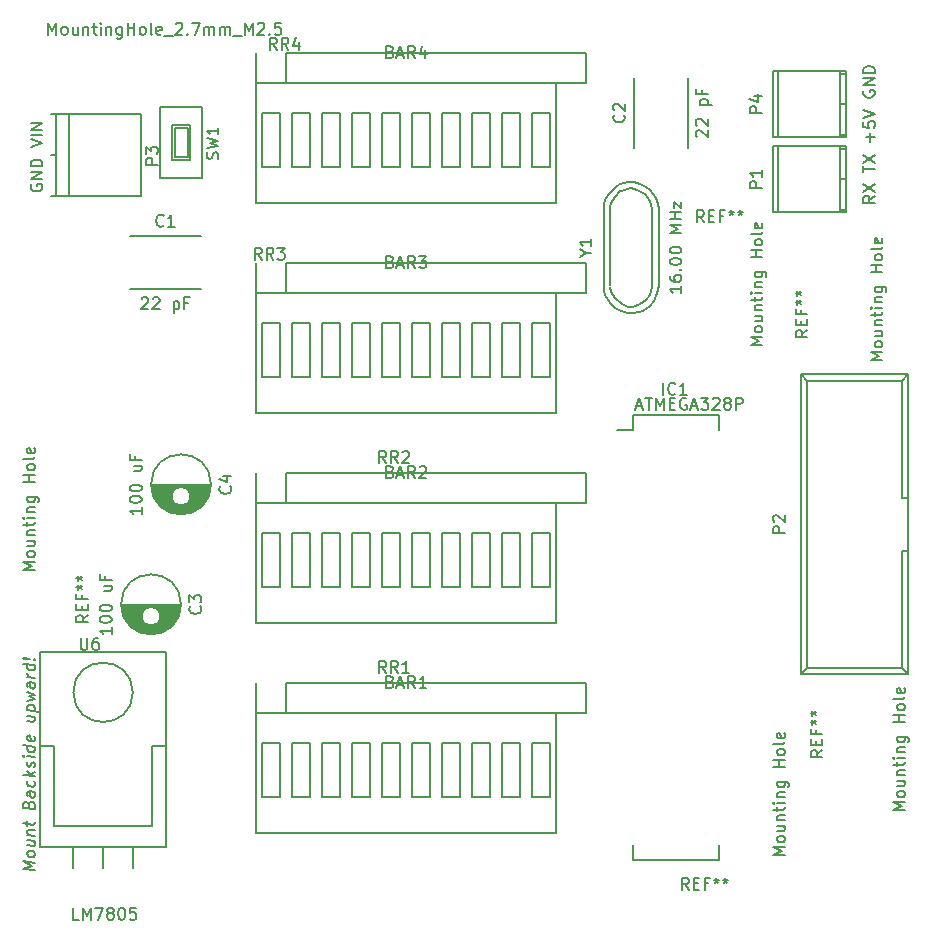
<source format=gbr>
G04 #@! TF.FileFunction,Legend,Top*
%FSLAX46Y46*%
G04 Gerber Fmt 4.6, Leading zero omitted, Abs format (unit mm)*
G04 Created by KiCad (PCBNEW 4.0.2-stable) date Tue 02 Aug 2016 06:34:44 PM EDT*
%MOMM*%
G01*
G04 APERTURE LIST*
%ADD10C,0.100000*%
%ADD11C,0.150000*%
G04 APERTURE END LIST*
D10*
D11*
X137033000Y-128270000D02*
X138557000Y-128270000D01*
X138557000Y-128270000D02*
X138557000Y-132842000D01*
X138557000Y-132842000D02*
X137033000Y-132842000D01*
X137033000Y-132842000D02*
X137033000Y-128270000D01*
X134493000Y-128270000D02*
X136017000Y-128270000D01*
X136017000Y-128270000D02*
X136017000Y-132842000D01*
X136017000Y-132842000D02*
X134493000Y-132842000D01*
X134493000Y-132842000D02*
X134493000Y-128270000D01*
X131953000Y-128270000D02*
X133477000Y-128270000D01*
X133477000Y-128270000D02*
X133477000Y-132842000D01*
X133477000Y-132842000D02*
X131953000Y-132842000D01*
X131953000Y-132842000D02*
X131953000Y-128270000D01*
X129413000Y-128270000D02*
X130937000Y-128270000D01*
X130937000Y-128270000D02*
X130937000Y-132842000D01*
X130937000Y-132842000D02*
X129413000Y-132842000D01*
X129413000Y-132842000D02*
X129413000Y-128270000D01*
X126873000Y-128270000D02*
X128397000Y-128270000D01*
X128397000Y-128270000D02*
X128397000Y-132842000D01*
X128397000Y-132842000D02*
X126873000Y-132842000D01*
X126873000Y-132842000D02*
X126873000Y-128270000D01*
X124333000Y-128270000D02*
X125857000Y-128270000D01*
X125857000Y-128270000D02*
X125857000Y-132842000D01*
X125857000Y-132842000D02*
X124333000Y-132842000D01*
X124333000Y-132842000D02*
X124333000Y-128270000D01*
X121793000Y-132842000D02*
X123317000Y-132842000D01*
X123317000Y-132842000D02*
X123317000Y-128270000D01*
X123317000Y-128270000D02*
X121793000Y-128270000D01*
X121793000Y-128270000D02*
X121793000Y-132842000D01*
X119253000Y-128270000D02*
X120777000Y-128270000D01*
X120777000Y-128270000D02*
X120777000Y-132842000D01*
X120777000Y-132842000D02*
X119253000Y-132842000D01*
X119253000Y-132842000D02*
X119253000Y-128270000D01*
X116713000Y-132842000D02*
X116713000Y-128270000D01*
X116713000Y-128270000D02*
X118237000Y-128270000D01*
X118237000Y-128270000D02*
X118237000Y-132842000D01*
X118237000Y-132842000D02*
X116713000Y-132842000D01*
X114173000Y-132842000D02*
X114173000Y-128270000D01*
X114173000Y-128270000D02*
X115697000Y-128270000D01*
X115697000Y-128270000D02*
X115697000Y-132842000D01*
X115697000Y-132842000D02*
X114173000Y-132842000D01*
X137541000Y-132842000D02*
X138049000Y-132842000D01*
X138049000Y-128270000D02*
X137541000Y-128270000D01*
X135001000Y-132842000D02*
X135509000Y-132842000D01*
X135509000Y-128270000D02*
X135001000Y-128270000D01*
X132461000Y-132842000D02*
X132969000Y-132842000D01*
X132969000Y-128270000D02*
X132461000Y-128270000D01*
X129921000Y-132842000D02*
X130429000Y-132842000D01*
X130429000Y-128270000D02*
X129921000Y-128270000D01*
X127381000Y-132842000D02*
X127889000Y-132842000D01*
X127889000Y-128270000D02*
X127381000Y-128270000D01*
X124841000Y-132842000D02*
X125349000Y-132842000D01*
X125349000Y-128270000D02*
X124841000Y-128270000D01*
X122809000Y-128270000D02*
X122301000Y-128270000D01*
X122301000Y-132842000D02*
X122809000Y-132842000D01*
X119761000Y-132842000D02*
X120269000Y-132842000D01*
X120269000Y-128270000D02*
X119761000Y-128270000D01*
X117221000Y-132842000D02*
X117729000Y-132842000D01*
X117729000Y-128270000D02*
X117221000Y-128270000D01*
X114681000Y-128270000D02*
X115189000Y-128270000D01*
X115189000Y-132842000D02*
X114681000Y-132842000D01*
X139065000Y-125730000D02*
X139065000Y-135890000D01*
X139065000Y-135890000D02*
X113665000Y-135890000D01*
X113665000Y-135890000D02*
X113665000Y-125730000D01*
X113665000Y-125730000D02*
X139065000Y-125730000D01*
X137033000Y-110490000D02*
X138557000Y-110490000D01*
X138557000Y-110490000D02*
X138557000Y-115062000D01*
X138557000Y-115062000D02*
X137033000Y-115062000D01*
X137033000Y-115062000D02*
X137033000Y-110490000D01*
X134493000Y-110490000D02*
X136017000Y-110490000D01*
X136017000Y-110490000D02*
X136017000Y-115062000D01*
X136017000Y-115062000D02*
X134493000Y-115062000D01*
X134493000Y-115062000D02*
X134493000Y-110490000D01*
X131953000Y-110490000D02*
X133477000Y-110490000D01*
X133477000Y-110490000D02*
X133477000Y-115062000D01*
X133477000Y-115062000D02*
X131953000Y-115062000D01*
X131953000Y-115062000D02*
X131953000Y-110490000D01*
X129413000Y-110490000D02*
X130937000Y-110490000D01*
X130937000Y-110490000D02*
X130937000Y-115062000D01*
X130937000Y-115062000D02*
X129413000Y-115062000D01*
X129413000Y-115062000D02*
X129413000Y-110490000D01*
X126873000Y-110490000D02*
X128397000Y-110490000D01*
X128397000Y-110490000D02*
X128397000Y-115062000D01*
X128397000Y-115062000D02*
X126873000Y-115062000D01*
X126873000Y-115062000D02*
X126873000Y-110490000D01*
X124333000Y-110490000D02*
X125857000Y-110490000D01*
X125857000Y-110490000D02*
X125857000Y-115062000D01*
X125857000Y-115062000D02*
X124333000Y-115062000D01*
X124333000Y-115062000D02*
X124333000Y-110490000D01*
X121793000Y-115062000D02*
X123317000Y-115062000D01*
X123317000Y-115062000D02*
X123317000Y-110490000D01*
X123317000Y-110490000D02*
X121793000Y-110490000D01*
X121793000Y-110490000D02*
X121793000Y-115062000D01*
X119253000Y-110490000D02*
X120777000Y-110490000D01*
X120777000Y-110490000D02*
X120777000Y-115062000D01*
X120777000Y-115062000D02*
X119253000Y-115062000D01*
X119253000Y-115062000D02*
X119253000Y-110490000D01*
X116713000Y-115062000D02*
X116713000Y-110490000D01*
X116713000Y-110490000D02*
X118237000Y-110490000D01*
X118237000Y-110490000D02*
X118237000Y-115062000D01*
X118237000Y-115062000D02*
X116713000Y-115062000D01*
X114173000Y-115062000D02*
X114173000Y-110490000D01*
X114173000Y-110490000D02*
X115697000Y-110490000D01*
X115697000Y-110490000D02*
X115697000Y-115062000D01*
X115697000Y-115062000D02*
X114173000Y-115062000D01*
X137541000Y-115062000D02*
X138049000Y-115062000D01*
X138049000Y-110490000D02*
X137541000Y-110490000D01*
X135001000Y-115062000D02*
X135509000Y-115062000D01*
X135509000Y-110490000D02*
X135001000Y-110490000D01*
X132461000Y-115062000D02*
X132969000Y-115062000D01*
X132969000Y-110490000D02*
X132461000Y-110490000D01*
X129921000Y-115062000D02*
X130429000Y-115062000D01*
X130429000Y-110490000D02*
X129921000Y-110490000D01*
X127381000Y-115062000D02*
X127889000Y-115062000D01*
X127889000Y-110490000D02*
X127381000Y-110490000D01*
X124841000Y-115062000D02*
X125349000Y-115062000D01*
X125349000Y-110490000D02*
X124841000Y-110490000D01*
X122809000Y-110490000D02*
X122301000Y-110490000D01*
X122301000Y-115062000D02*
X122809000Y-115062000D01*
X119761000Y-115062000D02*
X120269000Y-115062000D01*
X120269000Y-110490000D02*
X119761000Y-110490000D01*
X117221000Y-115062000D02*
X117729000Y-115062000D01*
X117729000Y-110490000D02*
X117221000Y-110490000D01*
X114681000Y-110490000D02*
X115189000Y-110490000D01*
X115189000Y-115062000D02*
X114681000Y-115062000D01*
X139065000Y-107950000D02*
X139065000Y-118110000D01*
X139065000Y-118110000D02*
X113665000Y-118110000D01*
X113665000Y-118110000D02*
X113665000Y-107950000D01*
X113665000Y-107950000D02*
X139065000Y-107950000D01*
X137033000Y-92710000D02*
X138557000Y-92710000D01*
X138557000Y-92710000D02*
X138557000Y-97282000D01*
X138557000Y-97282000D02*
X137033000Y-97282000D01*
X137033000Y-97282000D02*
X137033000Y-92710000D01*
X134493000Y-92710000D02*
X136017000Y-92710000D01*
X136017000Y-92710000D02*
X136017000Y-97282000D01*
X136017000Y-97282000D02*
X134493000Y-97282000D01*
X134493000Y-97282000D02*
X134493000Y-92710000D01*
X131953000Y-92710000D02*
X133477000Y-92710000D01*
X133477000Y-92710000D02*
X133477000Y-97282000D01*
X133477000Y-97282000D02*
X131953000Y-97282000D01*
X131953000Y-97282000D02*
X131953000Y-92710000D01*
X129413000Y-92710000D02*
X130937000Y-92710000D01*
X130937000Y-92710000D02*
X130937000Y-97282000D01*
X130937000Y-97282000D02*
X129413000Y-97282000D01*
X129413000Y-97282000D02*
X129413000Y-92710000D01*
X126873000Y-92710000D02*
X128397000Y-92710000D01*
X128397000Y-92710000D02*
X128397000Y-97282000D01*
X128397000Y-97282000D02*
X126873000Y-97282000D01*
X126873000Y-97282000D02*
X126873000Y-92710000D01*
X124333000Y-92710000D02*
X125857000Y-92710000D01*
X125857000Y-92710000D02*
X125857000Y-97282000D01*
X125857000Y-97282000D02*
X124333000Y-97282000D01*
X124333000Y-97282000D02*
X124333000Y-92710000D01*
X121793000Y-97282000D02*
X123317000Y-97282000D01*
X123317000Y-97282000D02*
X123317000Y-92710000D01*
X123317000Y-92710000D02*
X121793000Y-92710000D01*
X121793000Y-92710000D02*
X121793000Y-97282000D01*
X119253000Y-92710000D02*
X120777000Y-92710000D01*
X120777000Y-92710000D02*
X120777000Y-97282000D01*
X120777000Y-97282000D02*
X119253000Y-97282000D01*
X119253000Y-97282000D02*
X119253000Y-92710000D01*
X116713000Y-97282000D02*
X116713000Y-92710000D01*
X116713000Y-92710000D02*
X118237000Y-92710000D01*
X118237000Y-92710000D02*
X118237000Y-97282000D01*
X118237000Y-97282000D02*
X116713000Y-97282000D01*
X114173000Y-97282000D02*
X114173000Y-92710000D01*
X114173000Y-92710000D02*
X115697000Y-92710000D01*
X115697000Y-92710000D02*
X115697000Y-97282000D01*
X115697000Y-97282000D02*
X114173000Y-97282000D01*
X137541000Y-97282000D02*
X138049000Y-97282000D01*
X138049000Y-92710000D02*
X137541000Y-92710000D01*
X135001000Y-97282000D02*
X135509000Y-97282000D01*
X135509000Y-92710000D02*
X135001000Y-92710000D01*
X132461000Y-97282000D02*
X132969000Y-97282000D01*
X132969000Y-92710000D02*
X132461000Y-92710000D01*
X129921000Y-97282000D02*
X130429000Y-97282000D01*
X130429000Y-92710000D02*
X129921000Y-92710000D01*
X127381000Y-97282000D02*
X127889000Y-97282000D01*
X127889000Y-92710000D02*
X127381000Y-92710000D01*
X124841000Y-97282000D02*
X125349000Y-97282000D01*
X125349000Y-92710000D02*
X124841000Y-92710000D01*
X122809000Y-92710000D02*
X122301000Y-92710000D01*
X122301000Y-97282000D02*
X122809000Y-97282000D01*
X119761000Y-97282000D02*
X120269000Y-97282000D01*
X120269000Y-92710000D02*
X119761000Y-92710000D01*
X117221000Y-97282000D02*
X117729000Y-97282000D01*
X117729000Y-92710000D02*
X117221000Y-92710000D01*
X114681000Y-92710000D02*
X115189000Y-92710000D01*
X115189000Y-97282000D02*
X114681000Y-97282000D01*
X139065000Y-90170000D02*
X139065000Y-100330000D01*
X139065000Y-100330000D02*
X113665000Y-100330000D01*
X113665000Y-100330000D02*
X113665000Y-90170000D01*
X113665000Y-90170000D02*
X139065000Y-90170000D01*
X137033000Y-74930000D02*
X138557000Y-74930000D01*
X138557000Y-74930000D02*
X138557000Y-79502000D01*
X138557000Y-79502000D02*
X137033000Y-79502000D01*
X137033000Y-79502000D02*
X137033000Y-74930000D01*
X134493000Y-74930000D02*
X136017000Y-74930000D01*
X136017000Y-74930000D02*
X136017000Y-79502000D01*
X136017000Y-79502000D02*
X134493000Y-79502000D01*
X134493000Y-79502000D02*
X134493000Y-74930000D01*
X131953000Y-74930000D02*
X133477000Y-74930000D01*
X133477000Y-74930000D02*
X133477000Y-79502000D01*
X133477000Y-79502000D02*
X131953000Y-79502000D01*
X131953000Y-79502000D02*
X131953000Y-74930000D01*
X129413000Y-74930000D02*
X130937000Y-74930000D01*
X130937000Y-74930000D02*
X130937000Y-79502000D01*
X130937000Y-79502000D02*
X129413000Y-79502000D01*
X129413000Y-79502000D02*
X129413000Y-74930000D01*
X126873000Y-74930000D02*
X128397000Y-74930000D01*
X128397000Y-74930000D02*
X128397000Y-79502000D01*
X128397000Y-79502000D02*
X126873000Y-79502000D01*
X126873000Y-79502000D02*
X126873000Y-74930000D01*
X124333000Y-74930000D02*
X125857000Y-74930000D01*
X125857000Y-74930000D02*
X125857000Y-79502000D01*
X125857000Y-79502000D02*
X124333000Y-79502000D01*
X124333000Y-79502000D02*
X124333000Y-74930000D01*
X121793000Y-79502000D02*
X123317000Y-79502000D01*
X123317000Y-79502000D02*
X123317000Y-74930000D01*
X123317000Y-74930000D02*
X121793000Y-74930000D01*
X121793000Y-74930000D02*
X121793000Y-79502000D01*
X119253000Y-74930000D02*
X120777000Y-74930000D01*
X120777000Y-74930000D02*
X120777000Y-79502000D01*
X120777000Y-79502000D02*
X119253000Y-79502000D01*
X119253000Y-79502000D02*
X119253000Y-74930000D01*
X116713000Y-79502000D02*
X116713000Y-74930000D01*
X116713000Y-74930000D02*
X118237000Y-74930000D01*
X118237000Y-74930000D02*
X118237000Y-79502000D01*
X118237000Y-79502000D02*
X116713000Y-79502000D01*
X114173000Y-79502000D02*
X114173000Y-74930000D01*
X114173000Y-74930000D02*
X115697000Y-74930000D01*
X115697000Y-74930000D02*
X115697000Y-79502000D01*
X115697000Y-79502000D02*
X114173000Y-79502000D01*
X137541000Y-79502000D02*
X138049000Y-79502000D01*
X138049000Y-74930000D02*
X137541000Y-74930000D01*
X135001000Y-79502000D02*
X135509000Y-79502000D01*
X135509000Y-74930000D02*
X135001000Y-74930000D01*
X132461000Y-79502000D02*
X132969000Y-79502000D01*
X132969000Y-74930000D02*
X132461000Y-74930000D01*
X129921000Y-79502000D02*
X130429000Y-79502000D01*
X130429000Y-74930000D02*
X129921000Y-74930000D01*
X127381000Y-79502000D02*
X127889000Y-79502000D01*
X127889000Y-74930000D02*
X127381000Y-74930000D01*
X124841000Y-79502000D02*
X125349000Y-79502000D01*
X125349000Y-74930000D02*
X124841000Y-74930000D01*
X122809000Y-74930000D02*
X122301000Y-74930000D01*
X122301000Y-79502000D02*
X122809000Y-79502000D01*
X119761000Y-79502000D02*
X120269000Y-79502000D01*
X120269000Y-74930000D02*
X119761000Y-74930000D01*
X117221000Y-79502000D02*
X117729000Y-79502000D01*
X117729000Y-74930000D02*
X117221000Y-74930000D01*
X114681000Y-74930000D02*
X115189000Y-74930000D01*
X115189000Y-79502000D02*
X114681000Y-79502000D01*
X139065000Y-72390000D02*
X139065000Y-82550000D01*
X139065000Y-82550000D02*
X113665000Y-82550000D01*
X113665000Y-82550000D02*
X113665000Y-72390000D01*
X113665000Y-72390000D02*
X139065000Y-72390000D01*
X103005000Y-85380000D02*
X109005000Y-85380000D01*
X109005000Y-89880000D02*
X103005000Y-89880000D01*
X145705000Y-77970000D02*
X145705000Y-71970000D01*
X150205000Y-71970000D02*
X150205000Y-77970000D01*
X107274000Y-116645000D02*
X102276000Y-116645000D01*
X107266000Y-116785000D02*
X104929000Y-116785000D01*
X104621000Y-116785000D02*
X102284000Y-116785000D01*
X107250000Y-116925000D02*
X105248000Y-116925000D01*
X104302000Y-116925000D02*
X102300000Y-116925000D01*
X107226000Y-117065000D02*
X105395000Y-117065000D01*
X104155000Y-117065000D02*
X102324000Y-117065000D01*
X107193000Y-117205000D02*
X105487000Y-117205000D01*
X104063000Y-117205000D02*
X102357000Y-117205000D01*
X107152000Y-117345000D02*
X105543000Y-117345000D01*
X104007000Y-117345000D02*
X102398000Y-117345000D01*
X107102000Y-117485000D02*
X105570000Y-117485000D01*
X103980000Y-117485000D02*
X102448000Y-117485000D01*
X107041000Y-117625000D02*
X105573000Y-117625000D01*
X103977000Y-117625000D02*
X102509000Y-117625000D01*
X106971000Y-117765000D02*
X105551000Y-117765000D01*
X103999000Y-117765000D02*
X102579000Y-117765000D01*
X106889000Y-117905000D02*
X105501000Y-117905000D01*
X104049000Y-117905000D02*
X102661000Y-117905000D01*
X106794000Y-118045000D02*
X105419000Y-118045000D01*
X104131000Y-118045000D02*
X102756000Y-118045000D01*
X106683000Y-118185000D02*
X105287000Y-118185000D01*
X104263000Y-118185000D02*
X102867000Y-118185000D01*
X106555000Y-118325000D02*
X105040000Y-118325000D01*
X104510000Y-118325000D02*
X102995000Y-118325000D01*
X106406000Y-118465000D02*
X103144000Y-118465000D01*
X106227000Y-118605000D02*
X103323000Y-118605000D01*
X106008000Y-118745000D02*
X103542000Y-118745000D01*
X105719000Y-118885000D02*
X103831000Y-118885000D01*
X105247000Y-119025000D02*
X104303000Y-119025000D01*
X105575000Y-117570000D02*
G75*
G03X105575000Y-117570000I-800000J0D01*
G01*
X107312500Y-116570000D02*
G75*
G03X107312500Y-116570000I-2537500J0D01*
G01*
X109814000Y-106485000D02*
X104816000Y-106485000D01*
X109806000Y-106625000D02*
X107469000Y-106625000D01*
X107161000Y-106625000D02*
X104824000Y-106625000D01*
X109790000Y-106765000D02*
X107788000Y-106765000D01*
X106842000Y-106765000D02*
X104840000Y-106765000D01*
X109766000Y-106905000D02*
X107935000Y-106905000D01*
X106695000Y-106905000D02*
X104864000Y-106905000D01*
X109733000Y-107045000D02*
X108027000Y-107045000D01*
X106603000Y-107045000D02*
X104897000Y-107045000D01*
X109692000Y-107185000D02*
X108083000Y-107185000D01*
X106547000Y-107185000D02*
X104938000Y-107185000D01*
X109642000Y-107325000D02*
X108110000Y-107325000D01*
X106520000Y-107325000D02*
X104988000Y-107325000D01*
X109581000Y-107465000D02*
X108113000Y-107465000D01*
X106517000Y-107465000D02*
X105049000Y-107465000D01*
X109511000Y-107605000D02*
X108091000Y-107605000D01*
X106539000Y-107605000D02*
X105119000Y-107605000D01*
X109429000Y-107745000D02*
X108041000Y-107745000D01*
X106589000Y-107745000D02*
X105201000Y-107745000D01*
X109334000Y-107885000D02*
X107959000Y-107885000D01*
X106671000Y-107885000D02*
X105296000Y-107885000D01*
X109223000Y-108025000D02*
X107827000Y-108025000D01*
X106803000Y-108025000D02*
X105407000Y-108025000D01*
X109095000Y-108165000D02*
X107580000Y-108165000D01*
X107050000Y-108165000D02*
X105535000Y-108165000D01*
X108946000Y-108305000D02*
X105684000Y-108305000D01*
X108767000Y-108445000D02*
X105863000Y-108445000D01*
X108548000Y-108585000D02*
X106082000Y-108585000D01*
X108259000Y-108725000D02*
X106371000Y-108725000D01*
X107787000Y-108865000D02*
X106843000Y-108865000D01*
X108115000Y-107410000D02*
G75*
G03X108115000Y-107410000I-800000J0D01*
G01*
X109852500Y-106410000D02*
G75*
G03X109852500Y-106410000I-2537500J0D01*
G01*
X145550000Y-100575000D02*
X145550000Y-101845000D01*
X152900000Y-100575000D02*
X152900000Y-101845000D01*
X152900000Y-138185000D02*
X152900000Y-136915000D01*
X145550000Y-138185000D02*
X145550000Y-136915000D01*
X145550000Y-100575000D02*
X152900000Y-100575000D01*
X145550000Y-138185000D02*
X152900000Y-138185000D01*
X145550000Y-101845000D02*
X144265000Y-101845000D01*
X113665000Y-125730000D02*
X113665000Y-123190000D01*
X116205000Y-123190000D02*
X141605000Y-123190000D01*
X141605000Y-123190000D02*
X141605000Y-125730000D01*
X141605000Y-125730000D02*
X116205000Y-125730000D01*
X116205000Y-125730000D02*
X116205000Y-123190000D01*
X113665000Y-107950000D02*
X113665000Y-105410000D01*
X116205000Y-105410000D02*
X141605000Y-105410000D01*
X141605000Y-105410000D02*
X141605000Y-107950000D01*
X141605000Y-107950000D02*
X116205000Y-107950000D01*
X116205000Y-107950000D02*
X116205000Y-105410000D01*
X113665000Y-90170000D02*
X113665000Y-87630000D01*
X116205000Y-87630000D02*
X141605000Y-87630000D01*
X141605000Y-87630000D02*
X141605000Y-90170000D01*
X141605000Y-90170000D02*
X116205000Y-90170000D01*
X116205000Y-90170000D02*
X116205000Y-87630000D01*
X113665000Y-72390000D02*
X113665000Y-69850000D01*
X116205000Y-69850000D02*
X141605000Y-69850000D01*
X141605000Y-69850000D02*
X141605000Y-72390000D01*
X141605000Y-72390000D02*
X116205000Y-72390000D01*
X116205000Y-72390000D02*
X116205000Y-69850000D01*
X106764780Y-78709890D02*
X106764780Y-76209890D01*
X106764780Y-76209890D02*
X107864780Y-76209890D01*
X107864780Y-76209890D02*
X107864780Y-78709890D01*
X107864780Y-78709890D02*
X106764780Y-78709890D01*
X108114780Y-78959890D02*
X108114780Y-75959890D01*
X106514780Y-78959890D02*
X106514780Y-75959890D01*
X106514780Y-75959890D02*
X108114780Y-75959890D01*
X106514780Y-78959890D02*
X108114780Y-78959890D01*
X109064780Y-80459890D02*
X109064780Y-74459890D01*
X105564780Y-80459890D02*
X105564780Y-74459890D01*
X105564780Y-80459890D02*
X109064780Y-80459890D01*
X105564780Y-74459890D02*
X109064780Y-74459890D01*
X144414240Y-81661000D02*
X144815560Y-81460340D01*
X144815560Y-81460340D02*
X145415000Y-81358740D01*
X145415000Y-81358740D02*
X145915380Y-81460340D01*
X145915380Y-81460340D02*
X146613880Y-81859120D01*
X146613880Y-81859120D02*
X147015200Y-82461100D01*
X147015200Y-82461100D02*
X147215860Y-83060540D01*
X147215860Y-83060540D02*
X147215860Y-89659460D01*
X147215860Y-89659460D02*
X147015200Y-90360500D01*
X147015200Y-90360500D02*
X146715480Y-90759280D01*
X146715480Y-90759280D02*
X146215100Y-91160600D01*
X146215100Y-91160600D02*
X145615660Y-91361260D01*
X145615660Y-91361260D02*
X145115280Y-91361260D01*
X145115280Y-91361260D02*
X144614900Y-91160600D01*
X144614900Y-91160600D02*
X144015460Y-90660220D01*
X144015460Y-90660220D02*
X143715740Y-90159840D01*
X143715740Y-90159840D02*
X143614140Y-89659460D01*
X143614140Y-89560400D02*
X143614140Y-82958940D01*
X143614140Y-82958940D02*
X143715740Y-82560160D01*
X143715740Y-82560160D02*
X144015460Y-82059780D01*
X144015460Y-82059780D02*
X144515840Y-81559400D01*
X143085820Y-89550240D02*
X143134080Y-90009980D01*
X143134080Y-90009980D02*
X143245840Y-90408760D01*
X143245840Y-90408760D02*
X143464280Y-90840560D01*
X143464280Y-90840560D02*
X143695420Y-91130120D01*
X143695420Y-91130120D02*
X144045940Y-91460320D01*
X144045940Y-91460320D02*
X144584420Y-91749880D01*
X144584420Y-91749880D02*
X145183860Y-91879420D01*
X145183860Y-91879420D02*
X145694400Y-91879420D01*
X145694400Y-91879420D02*
X146395440Y-91709240D01*
X146395440Y-91709240D02*
X146984720Y-91310460D01*
X146984720Y-91310460D02*
X147355560Y-90850720D01*
X147355560Y-90850720D02*
X147563840Y-90429080D01*
X147563840Y-90429080D02*
X147723860Y-89979500D01*
X147723860Y-89979500D02*
X147754340Y-89540080D01*
X147535900Y-82199480D02*
X147314920Y-81821020D01*
X147314920Y-81821020D02*
X147035520Y-81500980D01*
X147035520Y-81500980D02*
X146705320Y-81249520D01*
X146705320Y-81249520D02*
X146154140Y-80949800D01*
X146154140Y-80949800D02*
X145684240Y-80840580D01*
X145684240Y-80840580D02*
X145224500Y-80820260D01*
X145224500Y-80820260D02*
X144764760Y-80909160D01*
X144764760Y-80909160D02*
X144315180Y-81099660D01*
X144315180Y-81099660D02*
X143845280Y-81460340D01*
X143845280Y-81460340D02*
X143525240Y-81810860D01*
X143525240Y-81810860D02*
X143294100Y-82199480D01*
X143294100Y-82199480D02*
X143154400Y-82628740D01*
X143154400Y-82628740D02*
X143085820Y-83070700D01*
X147744180Y-89560400D02*
X147744180Y-83108800D01*
X147744180Y-83108800D02*
X147706080Y-82689700D01*
X147706080Y-82689700D02*
X147535900Y-82199480D01*
X143085820Y-89560400D02*
X143085820Y-83108800D01*
X104876600Y-128562100D02*
X106070400Y-128562100D01*
X96520000Y-128587500D02*
X95377000Y-128587500D01*
X96520000Y-135369300D02*
X96520000Y-128612900D01*
X104876600Y-128587500D02*
X104876600Y-135369300D01*
X104876600Y-135369300D02*
X96545400Y-135369300D01*
X103225472Y-124015500D02*
G75*
G03X103225472Y-124015500I-2514472J0D01*
G01*
X98171000Y-137096500D02*
X98171000Y-138874500D01*
X100711000Y-137096500D02*
X100711000Y-138874500D01*
X103251000Y-137096500D02*
X103251000Y-138874500D01*
X106045000Y-128587500D02*
X106045000Y-120586500D01*
X106045000Y-120586500D02*
X95377000Y-120586500D01*
X95377000Y-120586500D02*
X95377000Y-128587500D01*
X106045000Y-137096500D02*
X106045000Y-128587500D01*
X95377000Y-128587500D02*
X95377000Y-137096500D01*
X100711000Y-137096500D02*
X95377000Y-137096500D01*
X100711000Y-137096500D02*
X106045000Y-137096500D01*
X159788000Y-122491500D02*
X159788000Y-97091500D01*
X160338000Y-121951500D02*
X160338000Y-97651500D01*
X168888000Y-122491500D02*
X168888000Y-97091500D01*
X168338000Y-121951500D02*
X168338000Y-112041500D01*
X168338000Y-107541500D02*
X168338000Y-97651500D01*
X168338000Y-112041500D02*
X168888000Y-112041500D01*
X168338000Y-107541500D02*
X168888000Y-107541500D01*
X159788000Y-122491500D02*
X168888000Y-122491500D01*
X160338000Y-121951500D02*
X168338000Y-121951500D01*
X159788000Y-97091500D02*
X168888000Y-97091500D01*
X160338000Y-97651500D02*
X168338000Y-97651500D01*
X159788000Y-122491500D02*
X160338000Y-121951500D01*
X159788000Y-97091500D02*
X160338000Y-97651500D01*
X168888000Y-122491500D02*
X168338000Y-121951500D01*
X168888000Y-97091500D02*
X168338000Y-97651500D01*
X96738000Y-78521500D02*
X96338000Y-78521500D01*
X97838000Y-75021500D02*
X97838000Y-82021500D01*
X96738000Y-75021500D02*
X96738000Y-82021500D01*
X103938000Y-75021500D02*
X96338000Y-75021500D01*
X96338000Y-82021500D02*
X103938000Y-82021500D01*
X103938000Y-82021500D02*
X103938000Y-75021500D01*
X163128960Y-77782420D02*
X163128960Y-83380580D01*
X163626800Y-83182460D02*
X163128960Y-83182460D01*
X163128960Y-77980540D02*
X163626800Y-77980540D01*
X163626800Y-80581500D02*
X163128960Y-80581500D01*
X157827980Y-83380580D02*
X157827980Y-77782420D01*
X163626800Y-83380580D02*
X163626800Y-77782420D01*
X163626800Y-77782420D02*
X157429200Y-77782420D01*
X157429200Y-77782420D02*
X157429200Y-83380580D01*
X157429200Y-83380580D02*
X163626800Y-83380580D01*
X163128960Y-71432420D02*
X163128960Y-77030580D01*
X163626800Y-76832460D02*
X163128960Y-76832460D01*
X163128960Y-71630540D02*
X163626800Y-71630540D01*
X163626800Y-74231500D02*
X163128960Y-74231500D01*
X157827980Y-77030580D02*
X157827980Y-71432420D01*
X163626800Y-77030580D02*
X163626800Y-71432420D01*
X163626800Y-71432420D02*
X157429200Y-71432420D01*
X157429200Y-71432420D02*
X157429200Y-77030580D01*
X157429200Y-77030580D02*
X163626800Y-77030580D01*
X161615381Y-128904833D02*
X161139190Y-129238167D01*
X161615381Y-129476262D02*
X160615381Y-129476262D01*
X160615381Y-129095309D01*
X160663000Y-129000071D01*
X160710619Y-128952452D01*
X160805857Y-128904833D01*
X160948714Y-128904833D01*
X161043952Y-128952452D01*
X161091571Y-129000071D01*
X161139190Y-129095309D01*
X161139190Y-129476262D01*
X161091571Y-128476262D02*
X161091571Y-128142928D01*
X161615381Y-128000071D02*
X161615381Y-128476262D01*
X160615381Y-128476262D01*
X160615381Y-128000071D01*
X161091571Y-127238166D02*
X161091571Y-127571500D01*
X161615381Y-127571500D02*
X160615381Y-127571500D01*
X160615381Y-127095309D01*
X160615381Y-126571500D02*
X160853476Y-126571500D01*
X160758238Y-126809595D02*
X160853476Y-126571500D01*
X160758238Y-126333404D01*
X161043952Y-126714357D02*
X160853476Y-126571500D01*
X161043952Y-126428642D01*
X160615381Y-125809595D02*
X160853476Y-125809595D01*
X160758238Y-126047690D02*
X160853476Y-125809595D01*
X160758238Y-125571499D01*
X161043952Y-125952452D02*
X160853476Y-125809595D01*
X161043952Y-125666737D01*
X168600381Y-134008167D02*
X167600381Y-134008167D01*
X168314667Y-133674833D01*
X167600381Y-133341500D01*
X168600381Y-133341500D01*
X168600381Y-132722453D02*
X168552762Y-132817691D01*
X168505143Y-132865310D01*
X168409905Y-132912929D01*
X168124190Y-132912929D01*
X168028952Y-132865310D01*
X167981333Y-132817691D01*
X167933714Y-132722453D01*
X167933714Y-132579595D01*
X167981333Y-132484357D01*
X168028952Y-132436738D01*
X168124190Y-132389119D01*
X168409905Y-132389119D01*
X168505143Y-132436738D01*
X168552762Y-132484357D01*
X168600381Y-132579595D01*
X168600381Y-132722453D01*
X167933714Y-131531976D02*
X168600381Y-131531976D01*
X167933714Y-131960548D02*
X168457524Y-131960548D01*
X168552762Y-131912929D01*
X168600381Y-131817691D01*
X168600381Y-131674833D01*
X168552762Y-131579595D01*
X168505143Y-131531976D01*
X167933714Y-131055786D02*
X168600381Y-131055786D01*
X168028952Y-131055786D02*
X167981333Y-131008167D01*
X167933714Y-130912929D01*
X167933714Y-130770071D01*
X167981333Y-130674833D01*
X168076571Y-130627214D01*
X168600381Y-130627214D01*
X167933714Y-130293881D02*
X167933714Y-129912929D01*
X167600381Y-130151024D02*
X168457524Y-130151024D01*
X168552762Y-130103405D01*
X168600381Y-130008167D01*
X168600381Y-129912929D01*
X168600381Y-129579595D02*
X167933714Y-129579595D01*
X167600381Y-129579595D02*
X167648000Y-129627214D01*
X167695619Y-129579595D01*
X167648000Y-129531976D01*
X167600381Y-129579595D01*
X167695619Y-129579595D01*
X167933714Y-129103405D02*
X168600381Y-129103405D01*
X168028952Y-129103405D02*
X167981333Y-129055786D01*
X167933714Y-128960548D01*
X167933714Y-128817690D01*
X167981333Y-128722452D01*
X168076571Y-128674833D01*
X168600381Y-128674833D01*
X167933714Y-127770071D02*
X168743238Y-127770071D01*
X168838476Y-127817690D01*
X168886095Y-127865309D01*
X168933714Y-127960548D01*
X168933714Y-128103405D01*
X168886095Y-128198643D01*
X168552762Y-127770071D02*
X168600381Y-127865309D01*
X168600381Y-128055786D01*
X168552762Y-128151024D01*
X168505143Y-128198643D01*
X168409905Y-128246262D01*
X168124190Y-128246262D01*
X168028952Y-128198643D01*
X167981333Y-128151024D01*
X167933714Y-128055786D01*
X167933714Y-127865309D01*
X167981333Y-127770071D01*
X168600381Y-126531976D02*
X167600381Y-126531976D01*
X168076571Y-126531976D02*
X168076571Y-125960547D01*
X168600381Y-125960547D02*
X167600381Y-125960547D01*
X168600381Y-125341500D02*
X168552762Y-125436738D01*
X168505143Y-125484357D01*
X168409905Y-125531976D01*
X168124190Y-125531976D01*
X168028952Y-125484357D01*
X167981333Y-125436738D01*
X167933714Y-125341500D01*
X167933714Y-125198642D01*
X167981333Y-125103404D01*
X168028952Y-125055785D01*
X168124190Y-125008166D01*
X168409905Y-125008166D01*
X168505143Y-125055785D01*
X168552762Y-125103404D01*
X168600381Y-125198642D01*
X168600381Y-125341500D01*
X168600381Y-124436738D02*
X168552762Y-124531976D01*
X168457524Y-124579595D01*
X167600381Y-124579595D01*
X168552762Y-123674832D02*
X168600381Y-123770070D01*
X168600381Y-123960547D01*
X168552762Y-124055785D01*
X168457524Y-124103404D01*
X168076571Y-124103404D01*
X167981333Y-124055785D01*
X167933714Y-123960547D01*
X167933714Y-123770070D01*
X167981333Y-123674832D01*
X168076571Y-123627213D01*
X168171810Y-123627213D01*
X168267048Y-124103404D01*
X160345381Y-93344833D02*
X159869190Y-93678167D01*
X160345381Y-93916262D02*
X159345381Y-93916262D01*
X159345381Y-93535309D01*
X159393000Y-93440071D01*
X159440619Y-93392452D01*
X159535857Y-93344833D01*
X159678714Y-93344833D01*
X159773952Y-93392452D01*
X159821571Y-93440071D01*
X159869190Y-93535309D01*
X159869190Y-93916262D01*
X159821571Y-92916262D02*
X159821571Y-92582928D01*
X160345381Y-92440071D02*
X160345381Y-92916262D01*
X159345381Y-92916262D01*
X159345381Y-92440071D01*
X159821571Y-91678166D02*
X159821571Y-92011500D01*
X160345381Y-92011500D02*
X159345381Y-92011500D01*
X159345381Y-91535309D01*
X159345381Y-91011500D02*
X159583476Y-91011500D01*
X159488238Y-91249595D02*
X159583476Y-91011500D01*
X159488238Y-90773404D01*
X159773952Y-91154357D02*
X159583476Y-91011500D01*
X159773952Y-90868642D01*
X159345381Y-90249595D02*
X159583476Y-90249595D01*
X159488238Y-90487690D02*
X159583476Y-90249595D01*
X159488238Y-90011499D01*
X159773952Y-90392452D02*
X159583476Y-90249595D01*
X159773952Y-90106737D01*
X166695381Y-95908167D02*
X165695381Y-95908167D01*
X166409667Y-95574833D01*
X165695381Y-95241500D01*
X166695381Y-95241500D01*
X166695381Y-94622453D02*
X166647762Y-94717691D01*
X166600143Y-94765310D01*
X166504905Y-94812929D01*
X166219190Y-94812929D01*
X166123952Y-94765310D01*
X166076333Y-94717691D01*
X166028714Y-94622453D01*
X166028714Y-94479595D01*
X166076333Y-94384357D01*
X166123952Y-94336738D01*
X166219190Y-94289119D01*
X166504905Y-94289119D01*
X166600143Y-94336738D01*
X166647762Y-94384357D01*
X166695381Y-94479595D01*
X166695381Y-94622453D01*
X166028714Y-93431976D02*
X166695381Y-93431976D01*
X166028714Y-93860548D02*
X166552524Y-93860548D01*
X166647762Y-93812929D01*
X166695381Y-93717691D01*
X166695381Y-93574833D01*
X166647762Y-93479595D01*
X166600143Y-93431976D01*
X166028714Y-92955786D02*
X166695381Y-92955786D01*
X166123952Y-92955786D02*
X166076333Y-92908167D01*
X166028714Y-92812929D01*
X166028714Y-92670071D01*
X166076333Y-92574833D01*
X166171571Y-92527214D01*
X166695381Y-92527214D01*
X166028714Y-92193881D02*
X166028714Y-91812929D01*
X165695381Y-92051024D02*
X166552524Y-92051024D01*
X166647762Y-92003405D01*
X166695381Y-91908167D01*
X166695381Y-91812929D01*
X166695381Y-91479595D02*
X166028714Y-91479595D01*
X165695381Y-91479595D02*
X165743000Y-91527214D01*
X165790619Y-91479595D01*
X165743000Y-91431976D01*
X165695381Y-91479595D01*
X165790619Y-91479595D01*
X166028714Y-91003405D02*
X166695381Y-91003405D01*
X166123952Y-91003405D02*
X166076333Y-90955786D01*
X166028714Y-90860548D01*
X166028714Y-90717690D01*
X166076333Y-90622452D01*
X166171571Y-90574833D01*
X166695381Y-90574833D01*
X166028714Y-89670071D02*
X166838238Y-89670071D01*
X166933476Y-89717690D01*
X166981095Y-89765309D01*
X167028714Y-89860548D01*
X167028714Y-90003405D01*
X166981095Y-90098643D01*
X166647762Y-89670071D02*
X166695381Y-89765309D01*
X166695381Y-89955786D01*
X166647762Y-90051024D01*
X166600143Y-90098643D01*
X166504905Y-90146262D01*
X166219190Y-90146262D01*
X166123952Y-90098643D01*
X166076333Y-90051024D01*
X166028714Y-89955786D01*
X166028714Y-89765309D01*
X166076333Y-89670071D01*
X166695381Y-88431976D02*
X165695381Y-88431976D01*
X166171571Y-88431976D02*
X166171571Y-87860547D01*
X166695381Y-87860547D02*
X165695381Y-87860547D01*
X166695381Y-87241500D02*
X166647762Y-87336738D01*
X166600143Y-87384357D01*
X166504905Y-87431976D01*
X166219190Y-87431976D01*
X166123952Y-87384357D01*
X166076333Y-87336738D01*
X166028714Y-87241500D01*
X166028714Y-87098642D01*
X166076333Y-87003404D01*
X166123952Y-86955785D01*
X166219190Y-86908166D01*
X166504905Y-86908166D01*
X166600143Y-86955785D01*
X166647762Y-87003404D01*
X166695381Y-87098642D01*
X166695381Y-87241500D01*
X166695381Y-86336738D02*
X166647762Y-86431976D01*
X166552524Y-86479595D01*
X165695381Y-86479595D01*
X166647762Y-85574832D02*
X166695381Y-85670070D01*
X166695381Y-85860547D01*
X166647762Y-85955785D01*
X166552524Y-86003404D01*
X166171571Y-86003404D01*
X166076333Y-85955785D01*
X166028714Y-85860547D01*
X166028714Y-85670070D01*
X166076333Y-85574832D01*
X166171571Y-85527213D01*
X166266810Y-85527213D01*
X166362048Y-86003404D01*
X150304667Y-140723881D02*
X149971333Y-140247690D01*
X149733238Y-140723881D02*
X149733238Y-139723881D01*
X150114191Y-139723881D01*
X150209429Y-139771500D01*
X150257048Y-139819119D01*
X150304667Y-139914357D01*
X150304667Y-140057214D01*
X150257048Y-140152452D01*
X150209429Y-140200071D01*
X150114191Y-140247690D01*
X149733238Y-140247690D01*
X150733238Y-140200071D02*
X151066572Y-140200071D01*
X151209429Y-140723881D02*
X150733238Y-140723881D01*
X150733238Y-139723881D01*
X151209429Y-139723881D01*
X151971334Y-140200071D02*
X151638000Y-140200071D01*
X151638000Y-140723881D02*
X151638000Y-139723881D01*
X152114191Y-139723881D01*
X152638000Y-139723881D02*
X152638000Y-139961976D01*
X152399905Y-139866738D02*
X152638000Y-139961976D01*
X152876096Y-139866738D01*
X152495143Y-140152452D02*
X152638000Y-139961976D01*
X152780858Y-140152452D01*
X153399905Y-139723881D02*
X153399905Y-139961976D01*
X153161810Y-139866738D02*
X153399905Y-139961976D01*
X153638001Y-139866738D01*
X153257048Y-140152452D02*
X153399905Y-139961976D01*
X153542763Y-140152452D01*
X158440381Y-137818167D02*
X157440381Y-137818167D01*
X158154667Y-137484833D01*
X157440381Y-137151500D01*
X158440381Y-137151500D01*
X158440381Y-136532453D02*
X158392762Y-136627691D01*
X158345143Y-136675310D01*
X158249905Y-136722929D01*
X157964190Y-136722929D01*
X157868952Y-136675310D01*
X157821333Y-136627691D01*
X157773714Y-136532453D01*
X157773714Y-136389595D01*
X157821333Y-136294357D01*
X157868952Y-136246738D01*
X157964190Y-136199119D01*
X158249905Y-136199119D01*
X158345143Y-136246738D01*
X158392762Y-136294357D01*
X158440381Y-136389595D01*
X158440381Y-136532453D01*
X157773714Y-135341976D02*
X158440381Y-135341976D01*
X157773714Y-135770548D02*
X158297524Y-135770548D01*
X158392762Y-135722929D01*
X158440381Y-135627691D01*
X158440381Y-135484833D01*
X158392762Y-135389595D01*
X158345143Y-135341976D01*
X157773714Y-134865786D02*
X158440381Y-134865786D01*
X157868952Y-134865786D02*
X157821333Y-134818167D01*
X157773714Y-134722929D01*
X157773714Y-134580071D01*
X157821333Y-134484833D01*
X157916571Y-134437214D01*
X158440381Y-134437214D01*
X157773714Y-134103881D02*
X157773714Y-133722929D01*
X157440381Y-133961024D02*
X158297524Y-133961024D01*
X158392762Y-133913405D01*
X158440381Y-133818167D01*
X158440381Y-133722929D01*
X158440381Y-133389595D02*
X157773714Y-133389595D01*
X157440381Y-133389595D02*
X157488000Y-133437214D01*
X157535619Y-133389595D01*
X157488000Y-133341976D01*
X157440381Y-133389595D01*
X157535619Y-133389595D01*
X157773714Y-132913405D02*
X158440381Y-132913405D01*
X157868952Y-132913405D02*
X157821333Y-132865786D01*
X157773714Y-132770548D01*
X157773714Y-132627690D01*
X157821333Y-132532452D01*
X157916571Y-132484833D01*
X158440381Y-132484833D01*
X157773714Y-131580071D02*
X158583238Y-131580071D01*
X158678476Y-131627690D01*
X158726095Y-131675309D01*
X158773714Y-131770548D01*
X158773714Y-131913405D01*
X158726095Y-132008643D01*
X158392762Y-131580071D02*
X158440381Y-131675309D01*
X158440381Y-131865786D01*
X158392762Y-131961024D01*
X158345143Y-132008643D01*
X158249905Y-132056262D01*
X157964190Y-132056262D01*
X157868952Y-132008643D01*
X157821333Y-131961024D01*
X157773714Y-131865786D01*
X157773714Y-131675309D01*
X157821333Y-131580071D01*
X158440381Y-130341976D02*
X157440381Y-130341976D01*
X157916571Y-130341976D02*
X157916571Y-129770547D01*
X158440381Y-129770547D02*
X157440381Y-129770547D01*
X158440381Y-129151500D02*
X158392762Y-129246738D01*
X158345143Y-129294357D01*
X158249905Y-129341976D01*
X157964190Y-129341976D01*
X157868952Y-129294357D01*
X157821333Y-129246738D01*
X157773714Y-129151500D01*
X157773714Y-129008642D01*
X157821333Y-128913404D01*
X157868952Y-128865785D01*
X157964190Y-128818166D01*
X158249905Y-128818166D01*
X158345143Y-128865785D01*
X158392762Y-128913404D01*
X158440381Y-129008642D01*
X158440381Y-129151500D01*
X158440381Y-128246738D02*
X158392762Y-128341976D01*
X158297524Y-128389595D01*
X157440381Y-128389595D01*
X158392762Y-127484832D02*
X158440381Y-127580070D01*
X158440381Y-127770547D01*
X158392762Y-127865785D01*
X158297524Y-127913404D01*
X157916571Y-127913404D01*
X157821333Y-127865785D01*
X157773714Y-127770547D01*
X157773714Y-127580070D01*
X157821333Y-127484832D01*
X157916571Y-127437213D01*
X158011810Y-127437213D01*
X158107048Y-127913404D01*
X125031667Y-123118571D02*
X125174524Y-123166190D01*
X125222143Y-123213810D01*
X125269762Y-123309048D01*
X125269762Y-123451905D01*
X125222143Y-123547143D01*
X125174524Y-123594762D01*
X125079286Y-123642381D01*
X124698333Y-123642381D01*
X124698333Y-122642381D01*
X125031667Y-122642381D01*
X125126905Y-122690000D01*
X125174524Y-122737619D01*
X125222143Y-122832857D01*
X125222143Y-122928095D01*
X125174524Y-123023333D01*
X125126905Y-123070952D01*
X125031667Y-123118571D01*
X124698333Y-123118571D01*
X125650714Y-123356667D02*
X126126905Y-123356667D01*
X125555476Y-123642381D02*
X125888809Y-122642381D01*
X126222143Y-123642381D01*
X127126905Y-123642381D02*
X126793571Y-123166190D01*
X126555476Y-123642381D02*
X126555476Y-122642381D01*
X126936429Y-122642381D01*
X127031667Y-122690000D01*
X127079286Y-122737619D01*
X127126905Y-122832857D01*
X127126905Y-122975714D01*
X127079286Y-123070952D01*
X127031667Y-123118571D01*
X126936429Y-123166190D01*
X126555476Y-123166190D01*
X128079286Y-123642381D02*
X127507857Y-123642381D01*
X127793571Y-123642381D02*
X127793571Y-122642381D01*
X127698333Y-122785238D01*
X127603095Y-122880476D01*
X127507857Y-122928095D01*
X125031667Y-105338571D02*
X125174524Y-105386190D01*
X125222143Y-105433810D01*
X125269762Y-105529048D01*
X125269762Y-105671905D01*
X125222143Y-105767143D01*
X125174524Y-105814762D01*
X125079286Y-105862381D01*
X124698333Y-105862381D01*
X124698333Y-104862381D01*
X125031667Y-104862381D01*
X125126905Y-104910000D01*
X125174524Y-104957619D01*
X125222143Y-105052857D01*
X125222143Y-105148095D01*
X125174524Y-105243333D01*
X125126905Y-105290952D01*
X125031667Y-105338571D01*
X124698333Y-105338571D01*
X125650714Y-105576667D02*
X126126905Y-105576667D01*
X125555476Y-105862381D02*
X125888809Y-104862381D01*
X126222143Y-105862381D01*
X127126905Y-105862381D02*
X126793571Y-105386190D01*
X126555476Y-105862381D02*
X126555476Y-104862381D01*
X126936429Y-104862381D01*
X127031667Y-104910000D01*
X127079286Y-104957619D01*
X127126905Y-105052857D01*
X127126905Y-105195714D01*
X127079286Y-105290952D01*
X127031667Y-105338571D01*
X126936429Y-105386190D01*
X126555476Y-105386190D01*
X127507857Y-104957619D02*
X127555476Y-104910000D01*
X127650714Y-104862381D01*
X127888810Y-104862381D01*
X127984048Y-104910000D01*
X128031667Y-104957619D01*
X128079286Y-105052857D01*
X128079286Y-105148095D01*
X128031667Y-105290952D01*
X127460238Y-105862381D01*
X128079286Y-105862381D01*
X125031667Y-87558571D02*
X125174524Y-87606190D01*
X125222143Y-87653810D01*
X125269762Y-87749048D01*
X125269762Y-87891905D01*
X125222143Y-87987143D01*
X125174524Y-88034762D01*
X125079286Y-88082381D01*
X124698333Y-88082381D01*
X124698333Y-87082381D01*
X125031667Y-87082381D01*
X125126905Y-87130000D01*
X125174524Y-87177619D01*
X125222143Y-87272857D01*
X125222143Y-87368095D01*
X125174524Y-87463333D01*
X125126905Y-87510952D01*
X125031667Y-87558571D01*
X124698333Y-87558571D01*
X125650714Y-87796667D02*
X126126905Y-87796667D01*
X125555476Y-88082381D02*
X125888809Y-87082381D01*
X126222143Y-88082381D01*
X127126905Y-88082381D02*
X126793571Y-87606190D01*
X126555476Y-88082381D02*
X126555476Y-87082381D01*
X126936429Y-87082381D01*
X127031667Y-87130000D01*
X127079286Y-87177619D01*
X127126905Y-87272857D01*
X127126905Y-87415714D01*
X127079286Y-87510952D01*
X127031667Y-87558571D01*
X126936429Y-87606190D01*
X126555476Y-87606190D01*
X127460238Y-87082381D02*
X128079286Y-87082381D01*
X127745952Y-87463333D01*
X127888810Y-87463333D01*
X127984048Y-87510952D01*
X128031667Y-87558571D01*
X128079286Y-87653810D01*
X128079286Y-87891905D01*
X128031667Y-87987143D01*
X127984048Y-88034762D01*
X127888810Y-88082381D01*
X127603095Y-88082381D01*
X127507857Y-88034762D01*
X127460238Y-87987143D01*
X125031667Y-69778571D02*
X125174524Y-69826190D01*
X125222143Y-69873810D01*
X125269762Y-69969048D01*
X125269762Y-70111905D01*
X125222143Y-70207143D01*
X125174524Y-70254762D01*
X125079286Y-70302381D01*
X124698333Y-70302381D01*
X124698333Y-69302381D01*
X125031667Y-69302381D01*
X125126905Y-69350000D01*
X125174524Y-69397619D01*
X125222143Y-69492857D01*
X125222143Y-69588095D01*
X125174524Y-69683333D01*
X125126905Y-69730952D01*
X125031667Y-69778571D01*
X124698333Y-69778571D01*
X125650714Y-70016667D02*
X126126905Y-70016667D01*
X125555476Y-70302381D02*
X125888809Y-69302381D01*
X126222143Y-70302381D01*
X127126905Y-70302381D02*
X126793571Y-69826190D01*
X126555476Y-70302381D02*
X126555476Y-69302381D01*
X126936429Y-69302381D01*
X127031667Y-69350000D01*
X127079286Y-69397619D01*
X127126905Y-69492857D01*
X127126905Y-69635714D01*
X127079286Y-69730952D01*
X127031667Y-69778571D01*
X126936429Y-69826190D01*
X126555476Y-69826190D01*
X127984048Y-69635714D02*
X127984048Y-70302381D01*
X127745952Y-69254762D02*
X127507857Y-69969048D01*
X128126905Y-69969048D01*
X105838334Y-84487143D02*
X105790715Y-84534762D01*
X105647858Y-84582381D01*
X105552620Y-84582381D01*
X105409762Y-84534762D01*
X105314524Y-84439524D01*
X105266905Y-84344286D01*
X105219286Y-84153810D01*
X105219286Y-84010952D01*
X105266905Y-83820476D01*
X105314524Y-83725238D01*
X105409762Y-83630000D01*
X105552620Y-83582381D01*
X105647858Y-83582381D01*
X105790715Y-83630000D01*
X105838334Y-83677619D01*
X106790715Y-84582381D02*
X106219286Y-84582381D01*
X106505000Y-84582381D02*
X106505000Y-83582381D01*
X106409762Y-83725238D01*
X106314524Y-83820476D01*
X106219286Y-83868095D01*
X103981190Y-90677619D02*
X104028809Y-90630000D01*
X104124047Y-90582381D01*
X104362143Y-90582381D01*
X104457381Y-90630000D01*
X104505000Y-90677619D01*
X104552619Y-90772857D01*
X104552619Y-90868095D01*
X104505000Y-91010952D01*
X103933571Y-91582381D01*
X104552619Y-91582381D01*
X104933571Y-90677619D02*
X104981190Y-90630000D01*
X105076428Y-90582381D01*
X105314524Y-90582381D01*
X105409762Y-90630000D01*
X105457381Y-90677619D01*
X105505000Y-90772857D01*
X105505000Y-90868095D01*
X105457381Y-91010952D01*
X104885952Y-91582381D01*
X105505000Y-91582381D01*
X106695476Y-90915714D02*
X106695476Y-91915714D01*
X106695476Y-90963333D02*
X106790714Y-90915714D01*
X106981191Y-90915714D01*
X107076429Y-90963333D01*
X107124048Y-91010952D01*
X107171667Y-91106190D01*
X107171667Y-91391905D01*
X107124048Y-91487143D01*
X107076429Y-91534762D01*
X106981191Y-91582381D01*
X106790714Y-91582381D01*
X106695476Y-91534762D01*
X107933572Y-91058571D02*
X107600238Y-91058571D01*
X107600238Y-91582381D02*
X107600238Y-90582381D01*
X108076429Y-90582381D01*
X144812143Y-75136666D02*
X144859762Y-75184285D01*
X144907381Y-75327142D01*
X144907381Y-75422380D01*
X144859762Y-75565238D01*
X144764524Y-75660476D01*
X144669286Y-75708095D01*
X144478810Y-75755714D01*
X144335952Y-75755714D01*
X144145476Y-75708095D01*
X144050238Y-75660476D01*
X143955000Y-75565238D01*
X143907381Y-75422380D01*
X143907381Y-75327142D01*
X143955000Y-75184285D01*
X144002619Y-75136666D01*
X144002619Y-74755714D02*
X143955000Y-74708095D01*
X143907381Y-74612857D01*
X143907381Y-74374761D01*
X143955000Y-74279523D01*
X144002619Y-74231904D01*
X144097857Y-74184285D01*
X144193095Y-74184285D01*
X144335952Y-74231904D01*
X144907381Y-74803333D01*
X144907381Y-74184285D01*
X151002619Y-76993810D02*
X150955000Y-76946191D01*
X150907381Y-76850953D01*
X150907381Y-76612857D01*
X150955000Y-76517619D01*
X151002619Y-76470000D01*
X151097857Y-76422381D01*
X151193095Y-76422381D01*
X151335952Y-76470000D01*
X151907381Y-77041429D01*
X151907381Y-76422381D01*
X151002619Y-76041429D02*
X150955000Y-75993810D01*
X150907381Y-75898572D01*
X150907381Y-75660476D01*
X150955000Y-75565238D01*
X151002619Y-75517619D01*
X151097857Y-75470000D01*
X151193095Y-75470000D01*
X151335952Y-75517619D01*
X151907381Y-76089048D01*
X151907381Y-75470000D01*
X151240714Y-74279524D02*
X152240714Y-74279524D01*
X151288333Y-74279524D02*
X151240714Y-74184286D01*
X151240714Y-73993809D01*
X151288333Y-73898571D01*
X151335952Y-73850952D01*
X151431190Y-73803333D01*
X151716905Y-73803333D01*
X151812143Y-73850952D01*
X151859762Y-73898571D01*
X151907381Y-73993809D01*
X151907381Y-74184286D01*
X151859762Y-74279524D01*
X151383571Y-73041428D02*
X151383571Y-73374762D01*
X151907381Y-73374762D02*
X150907381Y-73374762D01*
X150907381Y-72898571D01*
X108932143Y-116736666D02*
X108979762Y-116784285D01*
X109027381Y-116927142D01*
X109027381Y-117022380D01*
X108979762Y-117165238D01*
X108884524Y-117260476D01*
X108789286Y-117308095D01*
X108598810Y-117355714D01*
X108455952Y-117355714D01*
X108265476Y-117308095D01*
X108170238Y-117260476D01*
X108075000Y-117165238D01*
X108027381Y-117022380D01*
X108027381Y-116927142D01*
X108075000Y-116784285D01*
X108122619Y-116736666D01*
X108027381Y-116403333D02*
X108027381Y-115784285D01*
X108408333Y-116117619D01*
X108408333Y-115974761D01*
X108455952Y-115879523D01*
X108503571Y-115831904D01*
X108598810Y-115784285D01*
X108836905Y-115784285D01*
X108932143Y-115831904D01*
X108979762Y-115879523D01*
X109027381Y-115974761D01*
X109027381Y-116260476D01*
X108979762Y-116355714D01*
X108932143Y-116403333D01*
X101427381Y-118498571D02*
X101427381Y-119070000D01*
X101427381Y-118784286D02*
X100427381Y-118784286D01*
X100570238Y-118879524D01*
X100665476Y-118974762D01*
X100713095Y-119070000D01*
X100427381Y-117879524D02*
X100427381Y-117784285D01*
X100475000Y-117689047D01*
X100522619Y-117641428D01*
X100617857Y-117593809D01*
X100808333Y-117546190D01*
X101046429Y-117546190D01*
X101236905Y-117593809D01*
X101332143Y-117641428D01*
X101379762Y-117689047D01*
X101427381Y-117784285D01*
X101427381Y-117879524D01*
X101379762Y-117974762D01*
X101332143Y-118022381D01*
X101236905Y-118070000D01*
X101046429Y-118117619D01*
X100808333Y-118117619D01*
X100617857Y-118070000D01*
X100522619Y-118022381D01*
X100475000Y-117974762D01*
X100427381Y-117879524D01*
X100427381Y-116927143D02*
X100427381Y-116831904D01*
X100475000Y-116736666D01*
X100522619Y-116689047D01*
X100617857Y-116641428D01*
X100808333Y-116593809D01*
X101046429Y-116593809D01*
X101236905Y-116641428D01*
X101332143Y-116689047D01*
X101379762Y-116736666D01*
X101427381Y-116831904D01*
X101427381Y-116927143D01*
X101379762Y-117022381D01*
X101332143Y-117070000D01*
X101236905Y-117117619D01*
X101046429Y-117165238D01*
X100808333Y-117165238D01*
X100617857Y-117117619D01*
X100522619Y-117070000D01*
X100475000Y-117022381D01*
X100427381Y-116927143D01*
X100760714Y-114974761D02*
X101427381Y-114974761D01*
X100760714Y-115403333D02*
X101284524Y-115403333D01*
X101379762Y-115355714D01*
X101427381Y-115260476D01*
X101427381Y-115117618D01*
X101379762Y-115022380D01*
X101332143Y-114974761D01*
X100903571Y-114165237D02*
X100903571Y-114498571D01*
X101427381Y-114498571D02*
X100427381Y-114498571D01*
X100427381Y-114022380D01*
X111472143Y-106576666D02*
X111519762Y-106624285D01*
X111567381Y-106767142D01*
X111567381Y-106862380D01*
X111519762Y-107005238D01*
X111424524Y-107100476D01*
X111329286Y-107148095D01*
X111138810Y-107195714D01*
X110995952Y-107195714D01*
X110805476Y-107148095D01*
X110710238Y-107100476D01*
X110615000Y-107005238D01*
X110567381Y-106862380D01*
X110567381Y-106767142D01*
X110615000Y-106624285D01*
X110662619Y-106576666D01*
X110900714Y-105719523D02*
X111567381Y-105719523D01*
X110519762Y-105957619D02*
X111234048Y-106195714D01*
X111234048Y-105576666D01*
X103967381Y-108338571D02*
X103967381Y-108910000D01*
X103967381Y-108624286D02*
X102967381Y-108624286D01*
X103110238Y-108719524D01*
X103205476Y-108814762D01*
X103253095Y-108910000D01*
X102967381Y-107719524D02*
X102967381Y-107624285D01*
X103015000Y-107529047D01*
X103062619Y-107481428D01*
X103157857Y-107433809D01*
X103348333Y-107386190D01*
X103586429Y-107386190D01*
X103776905Y-107433809D01*
X103872143Y-107481428D01*
X103919762Y-107529047D01*
X103967381Y-107624285D01*
X103967381Y-107719524D01*
X103919762Y-107814762D01*
X103872143Y-107862381D01*
X103776905Y-107910000D01*
X103586429Y-107957619D01*
X103348333Y-107957619D01*
X103157857Y-107910000D01*
X103062619Y-107862381D01*
X103015000Y-107814762D01*
X102967381Y-107719524D01*
X102967381Y-106767143D02*
X102967381Y-106671904D01*
X103015000Y-106576666D01*
X103062619Y-106529047D01*
X103157857Y-106481428D01*
X103348333Y-106433809D01*
X103586429Y-106433809D01*
X103776905Y-106481428D01*
X103872143Y-106529047D01*
X103919762Y-106576666D01*
X103967381Y-106671904D01*
X103967381Y-106767143D01*
X103919762Y-106862381D01*
X103872143Y-106910000D01*
X103776905Y-106957619D01*
X103586429Y-107005238D01*
X103348333Y-107005238D01*
X103157857Y-106957619D01*
X103062619Y-106910000D01*
X103015000Y-106862381D01*
X102967381Y-106767143D01*
X103300714Y-104814761D02*
X103967381Y-104814761D01*
X103300714Y-105243333D02*
X103824524Y-105243333D01*
X103919762Y-105195714D01*
X103967381Y-105100476D01*
X103967381Y-104957618D01*
X103919762Y-104862380D01*
X103872143Y-104814761D01*
X103443571Y-104005237D02*
X103443571Y-104338571D01*
X103967381Y-104338571D02*
X102967381Y-104338571D01*
X102967381Y-103862380D01*
X148121810Y-98813881D02*
X148121810Y-97813881D01*
X149169429Y-98718643D02*
X149121810Y-98766262D01*
X148978953Y-98813881D01*
X148883715Y-98813881D01*
X148740857Y-98766262D01*
X148645619Y-98671024D01*
X148598000Y-98575786D01*
X148550381Y-98385310D01*
X148550381Y-98242452D01*
X148598000Y-98051976D01*
X148645619Y-97956738D01*
X148740857Y-97861500D01*
X148883715Y-97813881D01*
X148978953Y-97813881D01*
X149121810Y-97861500D01*
X149169429Y-97909119D01*
X150121810Y-98813881D02*
X149550381Y-98813881D01*
X149836095Y-98813881D02*
X149836095Y-97813881D01*
X149740857Y-97956738D01*
X149645619Y-98051976D01*
X149550381Y-98099595D01*
X145868000Y-99798167D02*
X146344191Y-99798167D01*
X145772762Y-100083881D02*
X146106095Y-99083881D01*
X146439429Y-100083881D01*
X146629905Y-99083881D02*
X147201334Y-99083881D01*
X146915619Y-100083881D02*
X146915619Y-99083881D01*
X147534667Y-100083881D02*
X147534667Y-99083881D01*
X147868001Y-99798167D01*
X148201334Y-99083881D01*
X148201334Y-100083881D01*
X148677524Y-99560071D02*
X149010858Y-99560071D01*
X149153715Y-100083881D02*
X148677524Y-100083881D01*
X148677524Y-99083881D01*
X149153715Y-99083881D01*
X150106096Y-99131500D02*
X150010858Y-99083881D01*
X149868001Y-99083881D01*
X149725143Y-99131500D01*
X149629905Y-99226738D01*
X149582286Y-99321976D01*
X149534667Y-99512452D01*
X149534667Y-99655310D01*
X149582286Y-99845786D01*
X149629905Y-99941024D01*
X149725143Y-100036262D01*
X149868001Y-100083881D01*
X149963239Y-100083881D01*
X150106096Y-100036262D01*
X150153715Y-99988643D01*
X150153715Y-99655310D01*
X149963239Y-99655310D01*
X150534667Y-99798167D02*
X151010858Y-99798167D01*
X150439429Y-100083881D02*
X150772762Y-99083881D01*
X151106096Y-100083881D01*
X151344191Y-99083881D02*
X151963239Y-99083881D01*
X151629905Y-99464833D01*
X151772763Y-99464833D01*
X151868001Y-99512452D01*
X151915620Y-99560071D01*
X151963239Y-99655310D01*
X151963239Y-99893405D01*
X151915620Y-99988643D01*
X151868001Y-100036262D01*
X151772763Y-100083881D01*
X151487048Y-100083881D01*
X151391810Y-100036262D01*
X151344191Y-99988643D01*
X152344191Y-99179119D02*
X152391810Y-99131500D01*
X152487048Y-99083881D01*
X152725144Y-99083881D01*
X152820382Y-99131500D01*
X152868001Y-99179119D01*
X152915620Y-99274357D01*
X152915620Y-99369595D01*
X152868001Y-99512452D01*
X152296572Y-100083881D01*
X152915620Y-100083881D01*
X153487048Y-99512452D02*
X153391810Y-99464833D01*
X153344191Y-99417214D01*
X153296572Y-99321976D01*
X153296572Y-99274357D01*
X153344191Y-99179119D01*
X153391810Y-99131500D01*
X153487048Y-99083881D01*
X153677525Y-99083881D01*
X153772763Y-99131500D01*
X153820382Y-99179119D01*
X153868001Y-99274357D01*
X153868001Y-99321976D01*
X153820382Y-99417214D01*
X153772763Y-99464833D01*
X153677525Y-99512452D01*
X153487048Y-99512452D01*
X153391810Y-99560071D01*
X153344191Y-99607690D01*
X153296572Y-99702929D01*
X153296572Y-99893405D01*
X153344191Y-99988643D01*
X153391810Y-100036262D01*
X153487048Y-100083881D01*
X153677525Y-100083881D01*
X153772763Y-100036262D01*
X153820382Y-99988643D01*
X153868001Y-99893405D01*
X153868001Y-99702929D01*
X153820382Y-99607690D01*
X153772763Y-99560071D01*
X153677525Y-99512452D01*
X154296572Y-100083881D02*
X154296572Y-99083881D01*
X154677525Y-99083881D01*
X154772763Y-99131500D01*
X154820382Y-99179119D01*
X154868001Y-99274357D01*
X154868001Y-99417214D01*
X154820382Y-99512452D01*
X154772763Y-99560071D01*
X154677525Y-99607690D01*
X154296572Y-99607690D01*
X124682334Y-122372381D02*
X124349000Y-121896190D01*
X124110905Y-122372381D02*
X124110905Y-121372381D01*
X124491858Y-121372381D01*
X124587096Y-121420000D01*
X124634715Y-121467619D01*
X124682334Y-121562857D01*
X124682334Y-121705714D01*
X124634715Y-121800952D01*
X124587096Y-121848571D01*
X124491858Y-121896190D01*
X124110905Y-121896190D01*
X125682334Y-122372381D02*
X125349000Y-121896190D01*
X125110905Y-122372381D02*
X125110905Y-121372381D01*
X125491858Y-121372381D01*
X125587096Y-121420000D01*
X125634715Y-121467619D01*
X125682334Y-121562857D01*
X125682334Y-121705714D01*
X125634715Y-121800952D01*
X125587096Y-121848571D01*
X125491858Y-121896190D01*
X125110905Y-121896190D01*
X126634715Y-122372381D02*
X126063286Y-122372381D01*
X126349000Y-122372381D02*
X126349000Y-121372381D01*
X126253762Y-121515238D01*
X126158524Y-121610476D01*
X126063286Y-121658095D01*
X124682334Y-104592381D02*
X124349000Y-104116190D01*
X124110905Y-104592381D02*
X124110905Y-103592381D01*
X124491858Y-103592381D01*
X124587096Y-103640000D01*
X124634715Y-103687619D01*
X124682334Y-103782857D01*
X124682334Y-103925714D01*
X124634715Y-104020952D01*
X124587096Y-104068571D01*
X124491858Y-104116190D01*
X124110905Y-104116190D01*
X125682334Y-104592381D02*
X125349000Y-104116190D01*
X125110905Y-104592381D02*
X125110905Y-103592381D01*
X125491858Y-103592381D01*
X125587096Y-103640000D01*
X125634715Y-103687619D01*
X125682334Y-103782857D01*
X125682334Y-103925714D01*
X125634715Y-104020952D01*
X125587096Y-104068571D01*
X125491858Y-104116190D01*
X125110905Y-104116190D01*
X126063286Y-103687619D02*
X126110905Y-103640000D01*
X126206143Y-103592381D01*
X126444239Y-103592381D01*
X126539477Y-103640000D01*
X126587096Y-103687619D01*
X126634715Y-103782857D01*
X126634715Y-103878095D01*
X126587096Y-104020952D01*
X126015667Y-104592381D01*
X126634715Y-104592381D01*
X114141334Y-87383881D02*
X113808000Y-86907690D01*
X113569905Y-87383881D02*
X113569905Y-86383881D01*
X113950858Y-86383881D01*
X114046096Y-86431500D01*
X114093715Y-86479119D01*
X114141334Y-86574357D01*
X114141334Y-86717214D01*
X114093715Y-86812452D01*
X114046096Y-86860071D01*
X113950858Y-86907690D01*
X113569905Y-86907690D01*
X115141334Y-87383881D02*
X114808000Y-86907690D01*
X114569905Y-87383881D02*
X114569905Y-86383881D01*
X114950858Y-86383881D01*
X115046096Y-86431500D01*
X115093715Y-86479119D01*
X115141334Y-86574357D01*
X115141334Y-86717214D01*
X115093715Y-86812452D01*
X115046096Y-86860071D01*
X114950858Y-86907690D01*
X114569905Y-86907690D01*
X115474667Y-86383881D02*
X116093715Y-86383881D01*
X115760381Y-86764833D01*
X115903239Y-86764833D01*
X115998477Y-86812452D01*
X116046096Y-86860071D01*
X116093715Y-86955310D01*
X116093715Y-87193405D01*
X116046096Y-87288643D01*
X115998477Y-87336262D01*
X115903239Y-87383881D01*
X115617524Y-87383881D01*
X115522286Y-87336262D01*
X115474667Y-87288643D01*
X115411334Y-69603881D02*
X115078000Y-69127690D01*
X114839905Y-69603881D02*
X114839905Y-68603881D01*
X115220858Y-68603881D01*
X115316096Y-68651500D01*
X115363715Y-68699119D01*
X115411334Y-68794357D01*
X115411334Y-68937214D01*
X115363715Y-69032452D01*
X115316096Y-69080071D01*
X115220858Y-69127690D01*
X114839905Y-69127690D01*
X116411334Y-69603881D02*
X116078000Y-69127690D01*
X115839905Y-69603881D02*
X115839905Y-68603881D01*
X116220858Y-68603881D01*
X116316096Y-68651500D01*
X116363715Y-68699119D01*
X116411334Y-68794357D01*
X116411334Y-68937214D01*
X116363715Y-69032452D01*
X116316096Y-69080071D01*
X116220858Y-69127690D01*
X115839905Y-69127690D01*
X117268477Y-68937214D02*
X117268477Y-69603881D01*
X117030381Y-68556262D02*
X116792286Y-69270548D01*
X117411334Y-69270548D01*
X110437562Y-78866833D02*
X110485181Y-78723976D01*
X110485181Y-78485880D01*
X110437562Y-78390642D01*
X110389943Y-78343023D01*
X110294705Y-78295404D01*
X110199467Y-78295404D01*
X110104229Y-78343023D01*
X110056610Y-78390642D01*
X110008990Y-78485880D01*
X109961371Y-78676357D01*
X109913752Y-78771595D01*
X109866133Y-78819214D01*
X109770895Y-78866833D01*
X109675657Y-78866833D01*
X109580419Y-78819214D01*
X109532800Y-78771595D01*
X109485181Y-78676357D01*
X109485181Y-78438261D01*
X109532800Y-78295404D01*
X109485181Y-77962071D02*
X110485181Y-77723976D01*
X109770895Y-77533499D01*
X110485181Y-77343023D01*
X109485181Y-77104928D01*
X110485181Y-76200166D02*
X110485181Y-76771595D01*
X110485181Y-76485881D02*
X109485181Y-76485881D01*
X109628038Y-76581119D01*
X109723276Y-76676357D01*
X109770895Y-76771595D01*
X141581190Y-86836191D02*
X142057381Y-86836191D01*
X141057381Y-87169524D02*
X141581190Y-86836191D01*
X141057381Y-86502857D01*
X142057381Y-85645714D02*
X142057381Y-86217143D01*
X142057381Y-85931429D02*
X141057381Y-85931429D01*
X141200238Y-86026667D01*
X141295476Y-86121905D01*
X141343095Y-86217143D01*
X149677381Y-89621904D02*
X149677381Y-90193333D01*
X149677381Y-89907619D02*
X148677381Y-89907619D01*
X148820238Y-90002857D01*
X148915476Y-90098095D01*
X148963095Y-90193333D01*
X148677381Y-88764761D02*
X148677381Y-88955238D01*
X148725000Y-89050476D01*
X148772619Y-89098095D01*
X148915476Y-89193333D01*
X149105952Y-89240952D01*
X149486905Y-89240952D01*
X149582143Y-89193333D01*
X149629762Y-89145714D01*
X149677381Y-89050476D01*
X149677381Y-88859999D01*
X149629762Y-88764761D01*
X149582143Y-88717142D01*
X149486905Y-88669523D01*
X149248810Y-88669523D01*
X149153571Y-88717142D01*
X149105952Y-88764761D01*
X149058333Y-88859999D01*
X149058333Y-89050476D01*
X149105952Y-89145714D01*
X149153571Y-89193333D01*
X149248810Y-89240952D01*
X149582143Y-88240952D02*
X149629762Y-88193333D01*
X149677381Y-88240952D01*
X149629762Y-88288571D01*
X149582143Y-88240952D01*
X149677381Y-88240952D01*
X148677381Y-87574286D02*
X148677381Y-87479047D01*
X148725000Y-87383809D01*
X148772619Y-87336190D01*
X148867857Y-87288571D01*
X149058333Y-87240952D01*
X149296429Y-87240952D01*
X149486905Y-87288571D01*
X149582143Y-87336190D01*
X149629762Y-87383809D01*
X149677381Y-87479047D01*
X149677381Y-87574286D01*
X149629762Y-87669524D01*
X149582143Y-87717143D01*
X149486905Y-87764762D01*
X149296429Y-87812381D01*
X149058333Y-87812381D01*
X148867857Y-87764762D01*
X148772619Y-87717143D01*
X148725000Y-87669524D01*
X148677381Y-87574286D01*
X148677381Y-86621905D02*
X148677381Y-86526666D01*
X148725000Y-86431428D01*
X148772619Y-86383809D01*
X148867857Y-86336190D01*
X149058333Y-86288571D01*
X149296429Y-86288571D01*
X149486905Y-86336190D01*
X149582143Y-86383809D01*
X149629762Y-86431428D01*
X149677381Y-86526666D01*
X149677381Y-86621905D01*
X149629762Y-86717143D01*
X149582143Y-86764762D01*
X149486905Y-86812381D01*
X149296429Y-86860000D01*
X149058333Y-86860000D01*
X148867857Y-86812381D01*
X148772619Y-86764762D01*
X148725000Y-86717143D01*
X148677381Y-86621905D01*
X149677381Y-85098095D02*
X148677381Y-85098095D01*
X149391667Y-84764761D01*
X148677381Y-84431428D01*
X149677381Y-84431428D01*
X149677381Y-83955238D02*
X148677381Y-83955238D01*
X149153571Y-83955238D02*
X149153571Y-83383809D01*
X149677381Y-83383809D02*
X148677381Y-83383809D01*
X149010714Y-83002857D02*
X149010714Y-82479047D01*
X149677381Y-83002857D01*
X149677381Y-82479047D01*
X96084667Y-68333881D02*
X96084667Y-67333881D01*
X96418001Y-68048167D01*
X96751334Y-67333881D01*
X96751334Y-68333881D01*
X97370381Y-68333881D02*
X97275143Y-68286262D01*
X97227524Y-68238643D01*
X97179905Y-68143405D01*
X97179905Y-67857690D01*
X97227524Y-67762452D01*
X97275143Y-67714833D01*
X97370381Y-67667214D01*
X97513239Y-67667214D01*
X97608477Y-67714833D01*
X97656096Y-67762452D01*
X97703715Y-67857690D01*
X97703715Y-68143405D01*
X97656096Y-68238643D01*
X97608477Y-68286262D01*
X97513239Y-68333881D01*
X97370381Y-68333881D01*
X98560858Y-67667214D02*
X98560858Y-68333881D01*
X98132286Y-67667214D02*
X98132286Y-68191024D01*
X98179905Y-68286262D01*
X98275143Y-68333881D01*
X98418001Y-68333881D01*
X98513239Y-68286262D01*
X98560858Y-68238643D01*
X99037048Y-67667214D02*
X99037048Y-68333881D01*
X99037048Y-67762452D02*
X99084667Y-67714833D01*
X99179905Y-67667214D01*
X99322763Y-67667214D01*
X99418001Y-67714833D01*
X99465620Y-67810071D01*
X99465620Y-68333881D01*
X99798953Y-67667214D02*
X100179905Y-67667214D01*
X99941810Y-67333881D02*
X99941810Y-68191024D01*
X99989429Y-68286262D01*
X100084667Y-68333881D01*
X100179905Y-68333881D01*
X100513239Y-68333881D02*
X100513239Y-67667214D01*
X100513239Y-67333881D02*
X100465620Y-67381500D01*
X100513239Y-67429119D01*
X100560858Y-67381500D01*
X100513239Y-67333881D01*
X100513239Y-67429119D01*
X100989429Y-67667214D02*
X100989429Y-68333881D01*
X100989429Y-67762452D02*
X101037048Y-67714833D01*
X101132286Y-67667214D01*
X101275144Y-67667214D01*
X101370382Y-67714833D01*
X101418001Y-67810071D01*
X101418001Y-68333881D01*
X102322763Y-67667214D02*
X102322763Y-68476738D01*
X102275144Y-68571976D01*
X102227525Y-68619595D01*
X102132286Y-68667214D01*
X101989429Y-68667214D01*
X101894191Y-68619595D01*
X102322763Y-68286262D02*
X102227525Y-68333881D01*
X102037048Y-68333881D01*
X101941810Y-68286262D01*
X101894191Y-68238643D01*
X101846572Y-68143405D01*
X101846572Y-67857690D01*
X101894191Y-67762452D01*
X101941810Y-67714833D01*
X102037048Y-67667214D01*
X102227525Y-67667214D01*
X102322763Y-67714833D01*
X102798953Y-68333881D02*
X102798953Y-67333881D01*
X102798953Y-67810071D02*
X103370382Y-67810071D01*
X103370382Y-68333881D02*
X103370382Y-67333881D01*
X103989429Y-68333881D02*
X103894191Y-68286262D01*
X103846572Y-68238643D01*
X103798953Y-68143405D01*
X103798953Y-67857690D01*
X103846572Y-67762452D01*
X103894191Y-67714833D01*
X103989429Y-67667214D01*
X104132287Y-67667214D01*
X104227525Y-67714833D01*
X104275144Y-67762452D01*
X104322763Y-67857690D01*
X104322763Y-68143405D01*
X104275144Y-68238643D01*
X104227525Y-68286262D01*
X104132287Y-68333881D01*
X103989429Y-68333881D01*
X104894191Y-68333881D02*
X104798953Y-68286262D01*
X104751334Y-68191024D01*
X104751334Y-67333881D01*
X105656097Y-68286262D02*
X105560859Y-68333881D01*
X105370382Y-68333881D01*
X105275144Y-68286262D01*
X105227525Y-68191024D01*
X105227525Y-67810071D01*
X105275144Y-67714833D01*
X105370382Y-67667214D01*
X105560859Y-67667214D01*
X105656097Y-67714833D01*
X105703716Y-67810071D01*
X105703716Y-67905310D01*
X105227525Y-68000548D01*
X105894192Y-68429119D02*
X106656097Y-68429119D01*
X106846573Y-67429119D02*
X106894192Y-67381500D01*
X106989430Y-67333881D01*
X107227526Y-67333881D01*
X107322764Y-67381500D01*
X107370383Y-67429119D01*
X107418002Y-67524357D01*
X107418002Y-67619595D01*
X107370383Y-67762452D01*
X106798954Y-68333881D01*
X107418002Y-68333881D01*
X107846573Y-68238643D02*
X107894192Y-68286262D01*
X107846573Y-68333881D01*
X107798954Y-68286262D01*
X107846573Y-68238643D01*
X107846573Y-68333881D01*
X108227525Y-67333881D02*
X108894192Y-67333881D01*
X108465620Y-68333881D01*
X109275144Y-68333881D02*
X109275144Y-67667214D01*
X109275144Y-67762452D02*
X109322763Y-67714833D01*
X109418001Y-67667214D01*
X109560859Y-67667214D01*
X109656097Y-67714833D01*
X109703716Y-67810071D01*
X109703716Y-68333881D01*
X109703716Y-67810071D02*
X109751335Y-67714833D01*
X109846573Y-67667214D01*
X109989430Y-67667214D01*
X110084668Y-67714833D01*
X110132287Y-67810071D01*
X110132287Y-68333881D01*
X110608477Y-68333881D02*
X110608477Y-67667214D01*
X110608477Y-67762452D02*
X110656096Y-67714833D01*
X110751334Y-67667214D01*
X110894192Y-67667214D01*
X110989430Y-67714833D01*
X111037049Y-67810071D01*
X111037049Y-68333881D01*
X111037049Y-67810071D02*
X111084668Y-67714833D01*
X111179906Y-67667214D01*
X111322763Y-67667214D01*
X111418001Y-67714833D01*
X111465620Y-67810071D01*
X111465620Y-68333881D01*
X111703715Y-68429119D02*
X112465620Y-68429119D01*
X112703715Y-68333881D02*
X112703715Y-67333881D01*
X113037049Y-68048167D01*
X113370382Y-67333881D01*
X113370382Y-68333881D01*
X113798953Y-67429119D02*
X113846572Y-67381500D01*
X113941810Y-67333881D01*
X114179906Y-67333881D01*
X114275144Y-67381500D01*
X114322763Y-67429119D01*
X114370382Y-67524357D01*
X114370382Y-67619595D01*
X114322763Y-67762452D01*
X113751334Y-68333881D01*
X114370382Y-68333881D01*
X114798953Y-68238643D02*
X114846572Y-68286262D01*
X114798953Y-68333881D01*
X114751334Y-68286262D01*
X114798953Y-68238643D01*
X114798953Y-68333881D01*
X115751334Y-67333881D02*
X115275143Y-67333881D01*
X115227524Y-67810071D01*
X115275143Y-67762452D01*
X115370381Y-67714833D01*
X115608477Y-67714833D01*
X115703715Y-67762452D01*
X115751334Y-67810071D01*
X115798953Y-67905310D01*
X115798953Y-68143405D01*
X115751334Y-68238643D01*
X115703715Y-68286262D01*
X115608477Y-68333881D01*
X115370381Y-68333881D01*
X115275143Y-68286262D01*
X115227524Y-68238643D01*
X151574667Y-84208881D02*
X151241333Y-83732690D01*
X151003238Y-84208881D02*
X151003238Y-83208881D01*
X151384191Y-83208881D01*
X151479429Y-83256500D01*
X151527048Y-83304119D01*
X151574667Y-83399357D01*
X151574667Y-83542214D01*
X151527048Y-83637452D01*
X151479429Y-83685071D01*
X151384191Y-83732690D01*
X151003238Y-83732690D01*
X152003238Y-83685071D02*
X152336572Y-83685071D01*
X152479429Y-84208881D02*
X152003238Y-84208881D01*
X152003238Y-83208881D01*
X152479429Y-83208881D01*
X153241334Y-83685071D02*
X152908000Y-83685071D01*
X152908000Y-84208881D02*
X152908000Y-83208881D01*
X153384191Y-83208881D01*
X153908000Y-83208881D02*
X153908000Y-83446976D01*
X153669905Y-83351738D02*
X153908000Y-83446976D01*
X154146096Y-83351738D01*
X153765143Y-83637452D02*
X153908000Y-83446976D01*
X154050858Y-83637452D01*
X154669905Y-83208881D02*
X154669905Y-83446976D01*
X154431810Y-83351738D02*
X154669905Y-83446976D01*
X154908001Y-83351738D01*
X154527048Y-83637452D02*
X154669905Y-83446976D01*
X154812763Y-83637452D01*
X156535381Y-94638167D02*
X155535381Y-94638167D01*
X156249667Y-94304833D01*
X155535381Y-93971500D01*
X156535381Y-93971500D01*
X156535381Y-93352453D02*
X156487762Y-93447691D01*
X156440143Y-93495310D01*
X156344905Y-93542929D01*
X156059190Y-93542929D01*
X155963952Y-93495310D01*
X155916333Y-93447691D01*
X155868714Y-93352453D01*
X155868714Y-93209595D01*
X155916333Y-93114357D01*
X155963952Y-93066738D01*
X156059190Y-93019119D01*
X156344905Y-93019119D01*
X156440143Y-93066738D01*
X156487762Y-93114357D01*
X156535381Y-93209595D01*
X156535381Y-93352453D01*
X155868714Y-92161976D02*
X156535381Y-92161976D01*
X155868714Y-92590548D02*
X156392524Y-92590548D01*
X156487762Y-92542929D01*
X156535381Y-92447691D01*
X156535381Y-92304833D01*
X156487762Y-92209595D01*
X156440143Y-92161976D01*
X155868714Y-91685786D02*
X156535381Y-91685786D01*
X155963952Y-91685786D02*
X155916333Y-91638167D01*
X155868714Y-91542929D01*
X155868714Y-91400071D01*
X155916333Y-91304833D01*
X156011571Y-91257214D01*
X156535381Y-91257214D01*
X155868714Y-90923881D02*
X155868714Y-90542929D01*
X155535381Y-90781024D02*
X156392524Y-90781024D01*
X156487762Y-90733405D01*
X156535381Y-90638167D01*
X156535381Y-90542929D01*
X156535381Y-90209595D02*
X155868714Y-90209595D01*
X155535381Y-90209595D02*
X155583000Y-90257214D01*
X155630619Y-90209595D01*
X155583000Y-90161976D01*
X155535381Y-90209595D01*
X155630619Y-90209595D01*
X155868714Y-89733405D02*
X156535381Y-89733405D01*
X155963952Y-89733405D02*
X155916333Y-89685786D01*
X155868714Y-89590548D01*
X155868714Y-89447690D01*
X155916333Y-89352452D01*
X156011571Y-89304833D01*
X156535381Y-89304833D01*
X155868714Y-88400071D02*
X156678238Y-88400071D01*
X156773476Y-88447690D01*
X156821095Y-88495309D01*
X156868714Y-88590548D01*
X156868714Y-88733405D01*
X156821095Y-88828643D01*
X156487762Y-88400071D02*
X156535381Y-88495309D01*
X156535381Y-88685786D01*
X156487762Y-88781024D01*
X156440143Y-88828643D01*
X156344905Y-88876262D01*
X156059190Y-88876262D01*
X155963952Y-88828643D01*
X155916333Y-88781024D01*
X155868714Y-88685786D01*
X155868714Y-88495309D01*
X155916333Y-88400071D01*
X156535381Y-87161976D02*
X155535381Y-87161976D01*
X156011571Y-87161976D02*
X156011571Y-86590547D01*
X156535381Y-86590547D02*
X155535381Y-86590547D01*
X156535381Y-85971500D02*
X156487762Y-86066738D01*
X156440143Y-86114357D01*
X156344905Y-86161976D01*
X156059190Y-86161976D01*
X155963952Y-86114357D01*
X155916333Y-86066738D01*
X155868714Y-85971500D01*
X155868714Y-85828642D01*
X155916333Y-85733404D01*
X155963952Y-85685785D01*
X156059190Y-85638166D01*
X156344905Y-85638166D01*
X156440143Y-85685785D01*
X156487762Y-85733404D01*
X156535381Y-85828642D01*
X156535381Y-85971500D01*
X156535381Y-85066738D02*
X156487762Y-85161976D01*
X156392524Y-85209595D01*
X155535381Y-85209595D01*
X156487762Y-84304832D02*
X156535381Y-84400070D01*
X156535381Y-84590547D01*
X156487762Y-84685785D01*
X156392524Y-84733404D01*
X156011571Y-84733404D01*
X155916333Y-84685785D01*
X155868714Y-84590547D01*
X155868714Y-84400070D01*
X155916333Y-84304832D01*
X156011571Y-84257213D01*
X156106810Y-84257213D01*
X156202048Y-84733404D01*
X99460381Y-117474833D02*
X98984190Y-117808167D01*
X99460381Y-118046262D02*
X98460381Y-118046262D01*
X98460381Y-117665309D01*
X98508000Y-117570071D01*
X98555619Y-117522452D01*
X98650857Y-117474833D01*
X98793714Y-117474833D01*
X98888952Y-117522452D01*
X98936571Y-117570071D01*
X98984190Y-117665309D01*
X98984190Y-118046262D01*
X98936571Y-117046262D02*
X98936571Y-116712928D01*
X99460381Y-116570071D02*
X99460381Y-117046262D01*
X98460381Y-117046262D01*
X98460381Y-116570071D01*
X98936571Y-115808166D02*
X98936571Y-116141500D01*
X99460381Y-116141500D02*
X98460381Y-116141500D01*
X98460381Y-115665309D01*
X98460381Y-115141500D02*
X98698476Y-115141500D01*
X98603238Y-115379595D02*
X98698476Y-115141500D01*
X98603238Y-114903404D01*
X98888952Y-115284357D02*
X98698476Y-115141500D01*
X98888952Y-114998642D01*
X98460381Y-114379595D02*
X98698476Y-114379595D01*
X98603238Y-114617690D02*
X98698476Y-114379595D01*
X98603238Y-114141499D01*
X98888952Y-114522452D02*
X98698476Y-114379595D01*
X98888952Y-114236737D01*
X94940381Y-113688167D02*
X93940381Y-113688167D01*
X94654667Y-113354833D01*
X93940381Y-113021500D01*
X94940381Y-113021500D01*
X94940381Y-112402453D02*
X94892762Y-112497691D01*
X94845143Y-112545310D01*
X94749905Y-112592929D01*
X94464190Y-112592929D01*
X94368952Y-112545310D01*
X94321333Y-112497691D01*
X94273714Y-112402453D01*
X94273714Y-112259595D01*
X94321333Y-112164357D01*
X94368952Y-112116738D01*
X94464190Y-112069119D01*
X94749905Y-112069119D01*
X94845143Y-112116738D01*
X94892762Y-112164357D01*
X94940381Y-112259595D01*
X94940381Y-112402453D01*
X94273714Y-111211976D02*
X94940381Y-111211976D01*
X94273714Y-111640548D02*
X94797524Y-111640548D01*
X94892762Y-111592929D01*
X94940381Y-111497691D01*
X94940381Y-111354833D01*
X94892762Y-111259595D01*
X94845143Y-111211976D01*
X94273714Y-110735786D02*
X94940381Y-110735786D01*
X94368952Y-110735786D02*
X94321333Y-110688167D01*
X94273714Y-110592929D01*
X94273714Y-110450071D01*
X94321333Y-110354833D01*
X94416571Y-110307214D01*
X94940381Y-110307214D01*
X94273714Y-109973881D02*
X94273714Y-109592929D01*
X93940381Y-109831024D02*
X94797524Y-109831024D01*
X94892762Y-109783405D01*
X94940381Y-109688167D01*
X94940381Y-109592929D01*
X94940381Y-109259595D02*
X94273714Y-109259595D01*
X93940381Y-109259595D02*
X93988000Y-109307214D01*
X94035619Y-109259595D01*
X93988000Y-109211976D01*
X93940381Y-109259595D01*
X94035619Y-109259595D01*
X94273714Y-108783405D02*
X94940381Y-108783405D01*
X94368952Y-108783405D02*
X94321333Y-108735786D01*
X94273714Y-108640548D01*
X94273714Y-108497690D01*
X94321333Y-108402452D01*
X94416571Y-108354833D01*
X94940381Y-108354833D01*
X94273714Y-107450071D02*
X95083238Y-107450071D01*
X95178476Y-107497690D01*
X95226095Y-107545309D01*
X95273714Y-107640548D01*
X95273714Y-107783405D01*
X95226095Y-107878643D01*
X94892762Y-107450071D02*
X94940381Y-107545309D01*
X94940381Y-107735786D01*
X94892762Y-107831024D01*
X94845143Y-107878643D01*
X94749905Y-107926262D01*
X94464190Y-107926262D01*
X94368952Y-107878643D01*
X94321333Y-107831024D01*
X94273714Y-107735786D01*
X94273714Y-107545309D01*
X94321333Y-107450071D01*
X94940381Y-106211976D02*
X93940381Y-106211976D01*
X94416571Y-106211976D02*
X94416571Y-105640547D01*
X94940381Y-105640547D02*
X93940381Y-105640547D01*
X94940381Y-105021500D02*
X94892762Y-105116738D01*
X94845143Y-105164357D01*
X94749905Y-105211976D01*
X94464190Y-105211976D01*
X94368952Y-105164357D01*
X94321333Y-105116738D01*
X94273714Y-105021500D01*
X94273714Y-104878642D01*
X94321333Y-104783404D01*
X94368952Y-104735785D01*
X94464190Y-104688166D01*
X94749905Y-104688166D01*
X94845143Y-104735785D01*
X94892762Y-104783404D01*
X94940381Y-104878642D01*
X94940381Y-105021500D01*
X94940381Y-104116738D02*
X94892762Y-104211976D01*
X94797524Y-104259595D01*
X93940381Y-104259595D01*
X94892762Y-103354832D02*
X94940381Y-103450070D01*
X94940381Y-103640547D01*
X94892762Y-103735785D01*
X94797524Y-103783404D01*
X94416571Y-103783404D01*
X94321333Y-103735785D01*
X94273714Y-103640547D01*
X94273714Y-103450070D01*
X94321333Y-103354832D01*
X94416571Y-103307213D01*
X94511810Y-103307213D01*
X94607048Y-103783404D01*
X98806095Y-119403881D02*
X98806095Y-120213405D01*
X98853714Y-120308643D01*
X98901333Y-120356262D01*
X98996571Y-120403881D01*
X99187048Y-120403881D01*
X99282286Y-120356262D01*
X99329905Y-120308643D01*
X99377524Y-120213405D01*
X99377524Y-119403881D01*
X100282286Y-119403881D02*
X100091809Y-119403881D01*
X99996571Y-119451500D01*
X99948952Y-119499119D01*
X99853714Y-119641976D01*
X99806095Y-119832452D01*
X99806095Y-120213405D01*
X99853714Y-120308643D01*
X99901333Y-120356262D01*
X99996571Y-120403881D01*
X100187048Y-120403881D01*
X100282286Y-120356262D01*
X100329905Y-120308643D01*
X100377524Y-120213405D01*
X100377524Y-119975310D01*
X100329905Y-119880071D01*
X100282286Y-119832452D01*
X100187048Y-119784833D01*
X99996571Y-119784833D01*
X99901333Y-119832452D01*
X99853714Y-119880071D01*
X99806095Y-119975310D01*
X98671334Y-143263881D02*
X98195143Y-143263881D01*
X98195143Y-142263881D01*
X99004667Y-143263881D02*
X99004667Y-142263881D01*
X99338001Y-142978167D01*
X99671334Y-142263881D01*
X99671334Y-143263881D01*
X100052286Y-142263881D02*
X100718953Y-142263881D01*
X100290381Y-143263881D01*
X101242762Y-142692452D02*
X101147524Y-142644833D01*
X101099905Y-142597214D01*
X101052286Y-142501976D01*
X101052286Y-142454357D01*
X101099905Y-142359119D01*
X101147524Y-142311500D01*
X101242762Y-142263881D01*
X101433239Y-142263881D01*
X101528477Y-142311500D01*
X101576096Y-142359119D01*
X101623715Y-142454357D01*
X101623715Y-142501976D01*
X101576096Y-142597214D01*
X101528477Y-142644833D01*
X101433239Y-142692452D01*
X101242762Y-142692452D01*
X101147524Y-142740071D01*
X101099905Y-142787690D01*
X101052286Y-142882929D01*
X101052286Y-143073405D01*
X101099905Y-143168643D01*
X101147524Y-143216262D01*
X101242762Y-143263881D01*
X101433239Y-143263881D01*
X101528477Y-143216262D01*
X101576096Y-143168643D01*
X101623715Y-143073405D01*
X101623715Y-142882929D01*
X101576096Y-142787690D01*
X101528477Y-142740071D01*
X101433239Y-142692452D01*
X102242762Y-142263881D02*
X102338001Y-142263881D01*
X102433239Y-142311500D01*
X102480858Y-142359119D01*
X102528477Y-142454357D01*
X102576096Y-142644833D01*
X102576096Y-142882929D01*
X102528477Y-143073405D01*
X102480858Y-143168643D01*
X102433239Y-143216262D01*
X102338001Y-143263881D01*
X102242762Y-143263881D01*
X102147524Y-143216262D01*
X102099905Y-143168643D01*
X102052286Y-143073405D01*
X102004667Y-142882929D01*
X102004667Y-142644833D01*
X102052286Y-142454357D01*
X102099905Y-142359119D01*
X102147524Y-142311500D01*
X102242762Y-142263881D01*
X103480858Y-142263881D02*
X103004667Y-142263881D01*
X102957048Y-142740071D01*
X103004667Y-142692452D01*
X103099905Y-142644833D01*
X103338001Y-142644833D01*
X103433239Y-142692452D01*
X103480858Y-142740071D01*
X103528477Y-142835310D01*
X103528477Y-143073405D01*
X103480858Y-143168643D01*
X103433239Y-143216262D01*
X103338001Y-143263881D01*
X103099905Y-143263881D01*
X103004667Y-143216262D01*
X102957048Y-143168643D01*
X94940381Y-139096620D02*
X93940381Y-138971620D01*
X94654667Y-138727571D01*
X93940381Y-138304953D01*
X94940381Y-138429953D01*
X94940381Y-137810906D02*
X94892762Y-137900191D01*
X94845143Y-137941858D01*
X94749905Y-137977572D01*
X94464190Y-137941858D01*
X94368952Y-137882334D01*
X94321333Y-137828763D01*
X94273714Y-137727572D01*
X94273714Y-137584714D01*
X94321333Y-137495429D01*
X94368952Y-137453762D01*
X94464190Y-137418048D01*
X94749905Y-137453762D01*
X94845143Y-137513286D01*
X94892762Y-137566857D01*
X94940381Y-137668048D01*
X94940381Y-137810906D01*
X94273714Y-136537095D02*
X94940381Y-136620429D01*
X94273714Y-136965667D02*
X94797524Y-137031143D01*
X94892762Y-136995429D01*
X94940381Y-136906144D01*
X94940381Y-136763286D01*
X94892762Y-136662095D01*
X94845143Y-136608524D01*
X94273714Y-136060905D02*
X94940381Y-136144239D01*
X94368952Y-136072810D02*
X94321333Y-136019239D01*
X94273714Y-135918048D01*
X94273714Y-135775190D01*
X94321333Y-135685905D01*
X94416571Y-135650190D01*
X94940381Y-135715667D01*
X94273714Y-135299000D02*
X94273714Y-134918048D01*
X93940381Y-135114477D02*
X94797524Y-135221619D01*
X94892762Y-135185905D01*
X94940381Y-135096620D01*
X94940381Y-135001382D01*
X94416571Y-133507332D02*
X94464190Y-133370428D01*
X94511810Y-133328761D01*
X94607048Y-133293047D01*
X94749905Y-133310904D01*
X94845143Y-133370428D01*
X94892762Y-133423999D01*
X94940381Y-133525190D01*
X94940381Y-133906143D01*
X93940381Y-133781143D01*
X93940381Y-133447809D01*
X93988000Y-133358523D01*
X94035619Y-133316856D01*
X94130857Y-133281142D01*
X94226095Y-133293047D01*
X94321333Y-133352571D01*
X94368952Y-133406142D01*
X94416571Y-133507332D01*
X94416571Y-133840666D01*
X94940381Y-132477571D02*
X94416571Y-132412094D01*
X94321333Y-132447809D01*
X94273714Y-132537094D01*
X94273714Y-132727571D01*
X94321333Y-132828762D01*
X94892762Y-132471618D02*
X94940381Y-132572809D01*
X94940381Y-132810905D01*
X94892762Y-132900190D01*
X94797524Y-132935904D01*
X94702286Y-132924000D01*
X94607048Y-132864476D01*
X94559429Y-132763286D01*
X94559429Y-132525190D01*
X94511810Y-132423999D01*
X94892762Y-131566856D02*
X94940381Y-131668047D01*
X94940381Y-131858524D01*
X94892762Y-131947809D01*
X94845143Y-131989476D01*
X94749905Y-132025190D01*
X94464190Y-131989476D01*
X94368952Y-131929952D01*
X94321333Y-131876381D01*
X94273714Y-131775190D01*
X94273714Y-131584713D01*
X94321333Y-131495428D01*
X94940381Y-131144238D02*
X93940381Y-131019238D01*
X94559429Y-131001381D02*
X94940381Y-130763285D01*
X94273714Y-130679951D02*
X94654667Y-131108523D01*
X94892762Y-130376380D02*
X94940381Y-130287095D01*
X94940381Y-130096619D01*
X94892762Y-129995427D01*
X94797524Y-129935903D01*
X94749905Y-129929951D01*
X94654667Y-129965665D01*
X94607048Y-130054952D01*
X94607048Y-130197809D01*
X94559429Y-130287095D01*
X94464190Y-130322809D01*
X94416571Y-130316856D01*
X94321333Y-130257333D01*
X94273714Y-130156142D01*
X94273714Y-130013285D01*
X94321333Y-129923999D01*
X94940381Y-129525190D02*
X94273714Y-129441856D01*
X93940381Y-129400190D02*
X93988000Y-129453761D01*
X94035619Y-129412094D01*
X93988000Y-129358523D01*
X93940381Y-129400190D01*
X94035619Y-129412094D01*
X94940381Y-128620428D02*
X93940381Y-128495428D01*
X94892762Y-128614475D02*
X94940381Y-128715666D01*
X94940381Y-128906143D01*
X94892762Y-128995428D01*
X94845143Y-129037095D01*
X94749905Y-129072809D01*
X94464190Y-129037095D01*
X94368952Y-128977571D01*
X94321333Y-128924000D01*
X94273714Y-128822809D01*
X94273714Y-128632332D01*
X94321333Y-128543047D01*
X94892762Y-127757332D02*
X94940381Y-127858523D01*
X94940381Y-128049000D01*
X94892762Y-128138285D01*
X94797524Y-128173999D01*
X94416571Y-128126380D01*
X94321333Y-128066857D01*
X94273714Y-127965666D01*
X94273714Y-127775189D01*
X94321333Y-127685904D01*
X94416571Y-127650189D01*
X94511810Y-127662094D01*
X94607048Y-128150190D01*
X94273714Y-126013284D02*
X94940381Y-126096618D01*
X94273714Y-126441856D02*
X94797524Y-126507332D01*
X94892762Y-126471618D01*
X94940381Y-126382333D01*
X94940381Y-126239475D01*
X94892762Y-126138284D01*
X94845143Y-126084713D01*
X94273714Y-125537094D02*
X95273714Y-125662094D01*
X94321333Y-125543047D02*
X94273714Y-125441856D01*
X94273714Y-125251379D01*
X94321333Y-125162094D01*
X94368952Y-125120427D01*
X94464190Y-125084713D01*
X94749905Y-125120427D01*
X94845143Y-125179951D01*
X94892762Y-125233522D01*
X94940381Y-125334713D01*
X94940381Y-125525190D01*
X94892762Y-125614475D01*
X94273714Y-124727570D02*
X94940381Y-124620428D01*
X94464190Y-124370427D01*
X94940381Y-124239475D01*
X94273714Y-123965665D01*
X94940381Y-123239475D02*
X94416571Y-123173998D01*
X94321333Y-123209713D01*
X94273714Y-123298998D01*
X94273714Y-123489475D01*
X94321333Y-123590666D01*
X94892762Y-123233522D02*
X94940381Y-123334713D01*
X94940381Y-123572809D01*
X94892762Y-123662094D01*
X94797524Y-123697808D01*
X94702286Y-123685904D01*
X94607048Y-123626380D01*
X94559429Y-123525190D01*
X94559429Y-123287094D01*
X94511810Y-123185903D01*
X94940381Y-122763285D02*
X94273714Y-122679951D01*
X94464190Y-122703761D02*
X94368952Y-122644237D01*
X94321333Y-122590666D01*
X94273714Y-122489475D01*
X94273714Y-122394236D01*
X94940381Y-121715665D02*
X93940381Y-121590665D01*
X94892762Y-121709712D02*
X94940381Y-121810903D01*
X94940381Y-122001380D01*
X94892762Y-122090665D01*
X94845143Y-122132332D01*
X94749905Y-122168046D01*
X94464190Y-122132332D01*
X94368952Y-122072808D01*
X94321333Y-122019237D01*
X94273714Y-121918046D01*
X94273714Y-121727569D01*
X94321333Y-121638284D01*
X94845143Y-121227570D02*
X94892762Y-121185903D01*
X94940381Y-121239475D01*
X94892762Y-121281141D01*
X94845143Y-121227570D01*
X94940381Y-121239475D01*
X94559429Y-121191856D02*
X93988000Y-121168046D01*
X93940381Y-121114475D01*
X93988000Y-121072808D01*
X94559429Y-121191856D01*
X93940381Y-121114475D01*
X158440381Y-110529595D02*
X157440381Y-110529595D01*
X157440381Y-110148642D01*
X157488000Y-110053404D01*
X157535619Y-110005785D01*
X157630857Y-109958166D01*
X157773714Y-109958166D01*
X157868952Y-110005785D01*
X157916571Y-110053404D01*
X157964190Y-110148642D01*
X157964190Y-110529595D01*
X157535619Y-109577214D02*
X157488000Y-109529595D01*
X157440381Y-109434357D01*
X157440381Y-109196261D01*
X157488000Y-109101023D01*
X157535619Y-109053404D01*
X157630857Y-109005785D01*
X157726095Y-109005785D01*
X157868952Y-109053404D01*
X158440381Y-109624833D01*
X158440381Y-109005785D01*
X105354381Y-79338395D02*
X104354381Y-79338395D01*
X104354381Y-78957442D01*
X104402000Y-78862204D01*
X104449619Y-78814585D01*
X104544857Y-78766966D01*
X104687714Y-78766966D01*
X104782952Y-78814585D01*
X104830571Y-78862204D01*
X104878190Y-78957442D01*
X104878190Y-79338395D01*
X104354381Y-78433633D02*
X104354381Y-77814585D01*
X104735333Y-78147919D01*
X104735333Y-78005061D01*
X104782952Y-77909823D01*
X104830571Y-77862204D01*
X104925810Y-77814585D01*
X105163905Y-77814585D01*
X105259143Y-77862204D01*
X105306762Y-77909823D01*
X105354381Y-78005061D01*
X105354381Y-78290776D01*
X105306762Y-78386014D01*
X105259143Y-78433633D01*
X94623000Y-81009833D02*
X94575381Y-81105071D01*
X94575381Y-81247928D01*
X94623000Y-81390786D01*
X94718238Y-81486024D01*
X94813476Y-81533643D01*
X95003952Y-81581262D01*
X95146810Y-81581262D01*
X95337286Y-81533643D01*
X95432524Y-81486024D01*
X95527762Y-81390786D01*
X95575381Y-81247928D01*
X95575381Y-81152690D01*
X95527762Y-81009833D01*
X95480143Y-80962214D01*
X95146810Y-80962214D01*
X95146810Y-81152690D01*
X95575381Y-80533643D02*
X94575381Y-80533643D01*
X95575381Y-79962214D01*
X94575381Y-79962214D01*
X95575381Y-79486024D02*
X94575381Y-79486024D01*
X94575381Y-79247929D01*
X94623000Y-79105071D01*
X94718238Y-79009833D01*
X94813476Y-78962214D01*
X95003952Y-78914595D01*
X95146810Y-78914595D01*
X95337286Y-78962214D01*
X95432524Y-79009833D01*
X95527762Y-79105071D01*
X95575381Y-79247929D01*
X95575381Y-79486024D01*
X94575381Y-77866976D02*
X95575381Y-77533643D01*
X94575381Y-77200309D01*
X95575381Y-76866976D02*
X94575381Y-76866976D01*
X95575381Y-76390786D02*
X94575381Y-76390786D01*
X95575381Y-75819357D01*
X94575381Y-75819357D01*
X156479501Y-81319595D02*
X155479501Y-81319595D01*
X155479501Y-80938642D01*
X155527120Y-80843404D01*
X155574739Y-80795785D01*
X155669977Y-80748166D01*
X155812834Y-80748166D01*
X155908072Y-80795785D01*
X155955691Y-80843404D01*
X156003310Y-80938642D01*
X156003310Y-81319595D01*
X156479501Y-79795785D02*
X156479501Y-80367214D01*
X156479501Y-80081500D02*
X155479501Y-80081500D01*
X155622358Y-80176738D01*
X155717596Y-80271976D01*
X155765215Y-80367214D01*
X166060381Y-81986262D02*
X165584190Y-82319596D01*
X166060381Y-82557691D02*
X165060381Y-82557691D01*
X165060381Y-82176738D01*
X165108000Y-82081500D01*
X165155619Y-82033881D01*
X165250857Y-81986262D01*
X165393714Y-81986262D01*
X165488952Y-82033881D01*
X165536571Y-82081500D01*
X165584190Y-82176738D01*
X165584190Y-82557691D01*
X165060381Y-81652929D02*
X166060381Y-80986262D01*
X165060381Y-80986262D02*
X166060381Y-81652929D01*
X165060381Y-79986262D02*
X165060381Y-79414833D01*
X166060381Y-79700548D02*
X165060381Y-79700548D01*
X165060381Y-79176738D02*
X166060381Y-78510071D01*
X165060381Y-78510071D02*
X166060381Y-79176738D01*
X156479501Y-74969595D02*
X155479501Y-74969595D01*
X155479501Y-74588642D01*
X155527120Y-74493404D01*
X155574739Y-74445785D01*
X155669977Y-74398166D01*
X155812834Y-74398166D01*
X155908072Y-74445785D01*
X155955691Y-74493404D01*
X156003310Y-74588642D01*
X156003310Y-74969595D01*
X155812834Y-73541023D02*
X156479501Y-73541023D01*
X155431882Y-73779119D02*
X156146168Y-74017214D01*
X156146168Y-73398166D01*
X165679429Y-77421976D02*
X165679429Y-76660071D01*
X166060381Y-77041023D02*
X165298476Y-77041023D01*
X165060381Y-75707690D02*
X165060381Y-76183881D01*
X165536571Y-76231500D01*
X165488952Y-76183881D01*
X165441333Y-76088643D01*
X165441333Y-75850547D01*
X165488952Y-75755309D01*
X165536571Y-75707690D01*
X165631810Y-75660071D01*
X165869905Y-75660071D01*
X165965143Y-75707690D01*
X166012762Y-75755309D01*
X166060381Y-75850547D01*
X166060381Y-76088643D01*
X166012762Y-76183881D01*
X165965143Y-76231500D01*
X165060381Y-75374357D02*
X166060381Y-75041024D01*
X165060381Y-74707690D01*
X165108000Y-73088642D02*
X165060381Y-73183880D01*
X165060381Y-73326737D01*
X165108000Y-73469595D01*
X165203238Y-73564833D01*
X165298476Y-73612452D01*
X165488952Y-73660071D01*
X165631810Y-73660071D01*
X165822286Y-73612452D01*
X165917524Y-73564833D01*
X166012762Y-73469595D01*
X166060381Y-73326737D01*
X166060381Y-73231499D01*
X166012762Y-73088642D01*
X165965143Y-73041023D01*
X165631810Y-73041023D01*
X165631810Y-73231499D01*
X166060381Y-72612452D02*
X165060381Y-72612452D01*
X166060381Y-72041023D01*
X165060381Y-72041023D01*
X166060381Y-71564833D02*
X165060381Y-71564833D01*
X165060381Y-71326738D01*
X165108000Y-71183880D01*
X165203238Y-71088642D01*
X165298476Y-71041023D01*
X165488952Y-70993404D01*
X165631810Y-70993404D01*
X165822286Y-71041023D01*
X165917524Y-71088642D01*
X166012762Y-71183880D01*
X166060381Y-71326738D01*
X166060381Y-71564833D01*
M02*

</source>
